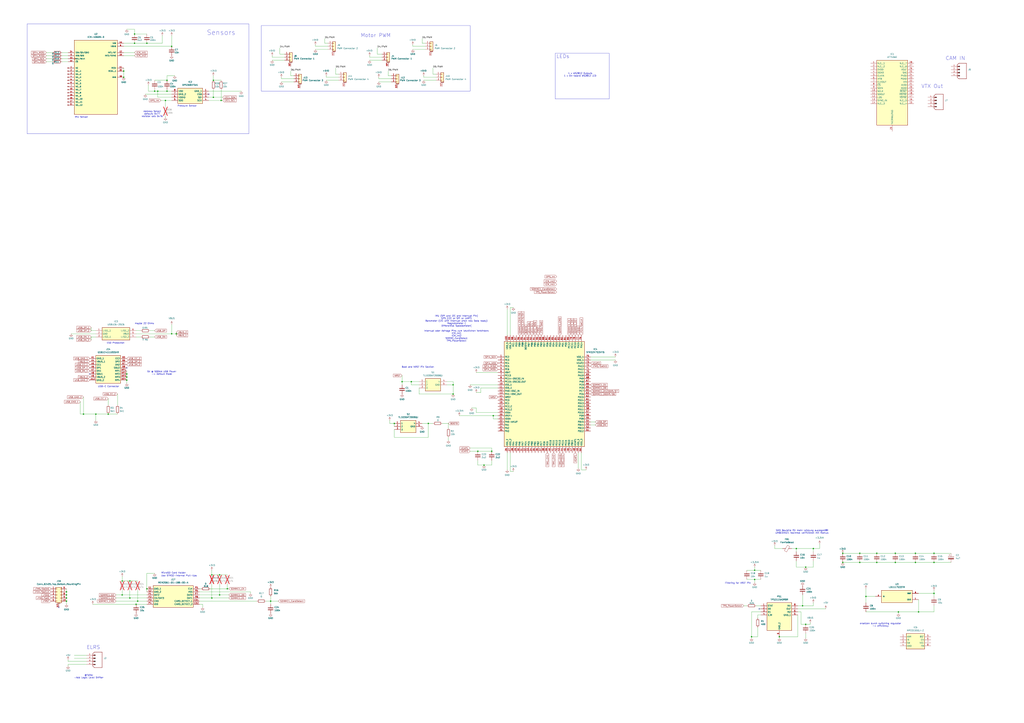
<source format=kicad_sch>
(kicad_sch (version 20250114) (generator "eeschema") (generator_version "9.0")
  (paper "A1")
  (rectangle (start 22.225 19.685) (end 204.47 109.855))
  (rectangle (start 455.93 43.815) (end 500.38 81.28))
  (rectangle (start 214.63 20.955) (end 386.08 74.93))
  (text "Pressure Sensor" (at 153.67 87.122 0) (effects (font (size 1.27 1.27))))
  (text "Motor PWM" (at 308.61 29.21 0) (effects (font (size 3 3))))
  (text "MicroSD Card Holder" (at 142.494 470.916 0) (effects (font (size 1.27 1.27))))
  (text "CAM IN\n" (at 784.606 48.006 0) (effects (font (size 3 3))))
  (text "Use STM32-internal Pull-Ups" (at 147.066 473.202 0) (effects (font (size 1.27 1.27))))
  (text "@ToDo:\n-Add Logic Level Shifter" (at 72.898 556.006 0) (effects (font (size 1.27 1.27))))
  (text "IMU (SPI and I2C and Interrupt Pin)\nGPS (I2C or SPI or UART)\nBarometer (I2C with Interrupt when new Data ready)\nMagnetometer (\nDifferential Speedometer(\n\nInterrupt oder Abfrage Pins zum letztlichen Verbinden:\nICM_Int1\nICM_Int2\nSDMMC_CardDetect\nTPS_PowerSelect" (at 374.904 270.002 0) (effects (font (size 1.27 1.27))))
  (text "Filtering for VREF Pin" (at 606.044 479.298 0) (effects (font (size 1.27 1.27))))
  (text "Sensors" (at 181.61 26.924 0) (effects (font (size 4 4))))
  (text "ELRS" (at 76.708 532.13 0) (effects (font (size 3 3))))
  (text "ToDo:\n-Add ESPC6 for Bluetooth Connectifity\n-Add USB-C PD Controller for more Power\n-Interrupt Pins verbinden" (at -129.032 -35.814 0) (effects (font (size 5 5))))
  (text "USB-C Connector" (at 89.154 317.754 0) (effects (font (size 1.27 1.27))))
  (text "-GPS\n-Barometer\n-Cam Input\n-VTX Output\n-SD Card Slot\n-8 PWM Outputs\n-5V Input/Output Pads\n-Analog Input/Output Pads\n-PWM Outputs for Servos\n-Battery Input Pad for measuring Voltage" (at -115.57 87.63 0) (effects (font (size 6 6))))
  (text "Address Select\ndefault: 0x77\nresistor set: 0x76" (at 124.968 93.726 0) (effects (font (size 1.27 1.27))))
  (text "4 x WS2812 Outputs\n1 x On-board WS2812 LED" (at 476.504 61.468 0) (effects (font (size 1.27 1.27))))
  (text "LEDs\n" (at 462.28 46.482 0) (effects (font (size 3 3))))
  (text "Boot and NRST Pin Section" (at 343.154 301.752 0) (effects (font (size 1.27 1.27))))
  (text "SMD Bauteile für mehr Leistung auslegen!!!!\nUMBEDINGT: Nochmal verifizieren mit Markus" (at 658.622 437.134 0) (effects (font (size 1.27 1.27))))
  (text "5V @ 500mA USB Power\n-> Default Mode" (at 132.842 306.578 0) (effects (font (size 1.27 1.27))))
  (text "VTX Out\n\n" (at 765.556 73.406 0) (effects (font (size 3 3))))
  (text "ersetzen durch switching regulator\n-> efficiency" (at 723.138 513.588 0) (effects (font (size 1.27 1.27))))
  (text "IMU Sensor" (at 66.802 96.266 0) (effects (font (size 1.27 1.27))))
  (text "maybe 22 Ohms" (at 118.618 265.938 0) (effects (font (size 1.27 1.27))))
  (text "ESD Protection" (at 94.996 281.94 0) (effects (font (size 1.27 1.27))))
  (junction (at 659.13 497.84))
  (junction (at 54.61 488.95))
  (junction (at 617.22 523.24))
  (junction (at 337.82 313.69))
  (junction (at 100.33 477.52))
  (junction (at 706.12 462.28))
  (junction (at 140.97 274.32))
  (junction (at 751.84 454.66))
  (junction (at 735.33 454.66))
  (junction (at 106.68 491.49))
  (junction (at 668.02 450.85))
  (junction (at 175.26 80.01))
  (junction (at 186.69 483.87))
  (junction (at 54.61 486.41))
  (junction (at 113.03 494.03))
  (junction (at 372.11 316.23))
  (junction (at 737.87 502.92))
  (junction (at 735.33 462.28))
  (junction (at 78.74 340.36))
  (junction (at 661.67 513.08))
  (junction (at 323.85 347.98))
  (junction (at 711.2 490.22))
  (junction (at 127 74.93))
  (junction (at 180.34 488.95))
  (junction (at 54.61 494.03))
  (junction (at 720.09 454.66))
  (junction (at 137.16 66.04))
  (junction (at 767.08 454.66))
  (junction (at 619.76 476.25))
  (junction (at 181.61 82.55))
  (junction (at 351.79 347.98))
  (junction (at 106.68 477.52))
  (junction (at 111.76 496.57))
  (junction (at 180.34 472.44))
  (junction (at 661.67 466.09))
  (junction (at 754.38 502.92))
  (junction (at 330.2 313.69))
  (junction (at 135.89 82.55))
  (junction (at 129.54 74.93))
  (junction (at 640.08 523.24))
  (junction (at 137.16 74.93))
  (junction (at 397.51 382.27))
  (junction (at 68.58 340.36))
  (junction (at 140.97 38.1))
  (junction (at 54.61 491.49))
  (junction (at 392.43 370.84))
  (junction (at 692.15 454.66))
  (junction (at 120.65 483.87))
  (junction (at 173.99 472.44))
  (junction (at 692.15 462.28))
  (junction (at 706.12 454.66))
  (junction (at 144.78 274.32))
  (junction (at 767.08 487.68))
  (junction (at 222.25 494.03))
  (junction (at 120.65 35.56))
  (junction (at 101.6 58.42))
  (junction (at 110.49 35.56))
  (junction (at 100.33 488.95))
  (junction (at 101.6 63.5))
  (junction (at 173.99 491.49))
  (junction (at 88.9 340.36))
  (junction (at 403.86 370.84))
  (junction (at 110.49 27.94))
  (junction (at 104.14 309.88))
  (junction (at 104.14 307.34))
  (junction (at 175.26 66.04))
  (junction (at 405.13 341.63))
  (junction (at 767.08 462.28))
  (junction (at 372.11 323.85))
  (junction (at 751.84 462.28))
  (junction (at 720.09 462.28))
  (junction (at 619.76 468.63))
  (junction (at 654.05 450.85))
  (junction (at 104.14 312.42))
  (no_connect (at 171.45 77.47))
  (no_connect (at 73.66 307.34))
  (no_connect (at 623.57 500.38))
  (no_connect (at 48.26 499.11))
  (no_connect (at 104.14 302.26))
  (wire (pts (xy 318.77 58.42) (xy 318.77 62.23)))
  (wire (pts (xy 58.42 274.32) (xy 78.74 274.32)))
  (wire (pts (xy 622.3 508) (xy 622.3 505.46)))
  (wire (pts (xy 96.52 323.85) (xy 96.52 332.74)))
  (wire (pts (xy 767.08 462.28) (xy 781.05 462.28)))
  (wire (pts (xy 175.26 80.01) (xy 182.88 80.01)))
  (wire (pts (xy 394.97 318.77) (xy 408.94 318.77)))
  (wire (pts (xy 74.93 276.86) (xy 78.74 276.86)))
  (wire (pts (xy 640.08 523.24) (xy 640.08 524.51)))
  (wire (pts (xy 394.97 322.58) (xy 394.97 318.77)))
  (wire (pts (xy 54.61 491.49) (xy 54.61 494.03)))
  (wire (pts (xy 66.04 330.2) (xy 66.04 340.36)))
  (wire (pts (xy 269.24 38.1) (xy 259.08 38.1)))
  (wire (pts (xy 419.1 252.73) (xy 419.1 275.59)))
  (wire (pts (xy 50.8 48.26) (xy 55.88 48.26)))
  (wire (pts (xy 140.97 274.32) (xy 144.78 274.32)))
  (wire (pts (xy 711.2 483.87) (xy 711.2 490.22)))
  (wire (pts (xy 767.08 454.66) (xy 781.05 454.66)))
  (wire (pts (xy 405.13 344.17) (xy 405.13 341.63)))
  (wire (pts (xy 386.08 316.23) (xy 408.94 316.23)))
  (wire (pts (xy 419.1 387.35) (xy 419.1 372.11)))
  (wire (pts (xy 323.85 347.98) (xy 323.85 350.52)))
  (wire (pts (xy 180.34 472.44) (xy 186.69 472.44)))
  (wire (pts (xy 104.14 312.42) (xy 104.14 314.96)))
  (wire (pts (xy 163.83 494.03) (xy 210.82 494.03)))
  (wire (pts (xy 135.89 87.63) (xy 135.89 82.55)))
  (wire (pts (xy 767.08 485.14) (xy 767.08 487.68)))
  (wire (pts (xy 351.79 347.98) (xy 355.6 347.98)))
  (wire (pts (xy 121.92 69.85) (xy 121.92 74.93)))
  (wire (pts (xy 617.22 523.24) (xy 622.3 523.24)))
  (wire (pts (xy 60.96 541.02) (xy 71.12 541.02)))
  (wire (pts (xy 391.16 335.28) (xy 391.16 339.09)))
  (wire (pts (xy 318.77 62.23) (xy 321.31 62.23)))
  (wire (pts (xy 238.76 62.23) (xy 241.3 62.23)))
  (wire (pts (xy 311.15 64.77) (xy 311.15 63.5)))
  (wire (pts (xy 113.03 485.14) (xy 113.03 494.03)))
  (wire (pts (xy 166.37 496.57) (xy 163.83 496.57)))
  (wire (pts (xy 347.98 63.5) (xy 347.98 62.23)))
  (wire (pts (xy 344.17 323.85) (xy 372.11 323.85)))
  (wire (pts (xy 143.51 62.23) (xy 137.16 62.23)))
  (wire (pts (xy 619.76 466.09) (xy 619.76 468.63)))
  (wire (pts (xy 657.86 513.08) (xy 657.86 502.92)))
  (wire (pts (xy 111.76 496.57) (xy 120.65 496.57)))
  (wire (pts (xy 78.74 340.36) (xy 88.9 340.36)))
  (wire (pts (xy 477.52 386.08) (xy 477.52 372.11)))
  (wire (pts (xy 665.48 513.08) (xy 665.48 511.81)))
  (wire (pts (xy 233.68 46.99) (xy 223.52 46.99)))
  (wire (pts (xy 38.1 43.18) (xy 43.18 43.18)))
  (wire (pts (xy 144.78 274.32) (xy 144.78 275.59)))
  (wire (pts (xy 349.25 38.1) (xy 339.09 38.1)))
  (wire (pts (xy 180.34 488.95) (xy 187.96 488.95)))
  (wire (pts (xy 127 73.66) (xy 127 74.93)))
  (wire (pts (xy 133.35 29.21) (xy 133.35 35.56)))
  (wire (pts (xy 113.03 494.03) (xy 120.65 494.03)))
  (wire (pts (xy 485.14 349.25) (xy 488.95 349.25)))
  (wire (pts (xy 718.82 490.22) (xy 711.2 490.22)))
  (wire (pts (xy 474.98 372.11) (xy 474.98 384.81)))
  (wire (pts (xy 330.2 313.69) (xy 337.82 313.69)))
  (wire (pts (xy 613.41 476.25) (xy 619.76 476.25)))
  (wire (pts (xy 137.16 73.66) (xy 137.16 74.93)))
  (wire (pts (xy 337.82 313.69) (xy 344.17 313.69)))
  (wire (pts (xy 419.1 252.73) (xy 421.64 252.73)))
  (wire (pts (xy 403.86 368.3) (xy 403.86 370.84)))
  (wire (pts (xy 621.03 497.84) (xy 624.84 497.84)))
  (wire (pts (xy 54.61 488.95) (xy 54.61 491.49)))
  (wire (pts (xy 222.25 496.57) (xy 222.25 494.03)))
  (wire (pts (xy 278.13 63.5) (xy 267.97 63.5)))
  (wire (pts (xy 163.83 491.49) (xy 173.99 491.49)))
  (wire (pts (xy 104.14 24.13) (xy 110.49 24.13)))
  (wire (pts (xy 311.15 67.31) (xy 321.31 67.31)))
  (wire (pts (xy 55.88 543.56) (xy 71.12 543.56)))
  (wire (pts (xy 619.76 468.63) (xy 613.41 468.63)))
  (wire (pts (xy 692.15 462.28) (xy 706.12 462.28)))
  (wire (pts (xy 259.08 38.1) (xy 259.08 36.83)))
  (wire (pts (xy 259.08 40.64) (xy 269.24 40.64)))
  (wire (pts (xy 110.49 24.13) (xy 110.49 27.94)))
  (wire (pts (xy 346.71 35.56) (xy 349.25 35.56)))
  (wire (pts (xy 767.08 497.84) (xy 767.08 502.92)))
  (wire (pts (xy 166.37 499.11) (xy 166.37 496.57)))
  (wire (pts (xy 654.05 466.09) (xy 661.67 466.09)))
  (wire (pts (xy 186.69 480.06) (xy 186.69 483.87)))
  (wire (pts (xy 120.65 471.17) (xy 120.65 483.87)))
  (wire (pts (xy 104.14 304.8) (xy 104.14 307.34)))
  (wire (pts (xy 619.76 476.25) (xy 619.76 478.79)))
  (wire (pts (xy 181.61 73.66) (xy 181.61 82.55)))
  (wire (pts (xy 140.97 29.21) (xy 140.97 38.1)))
  (wire (pts (xy 175.26 73.66) (xy 175.26 80.01)))
  (wire (pts (xy 127 271.78) (xy 123.19 271.78)))
  (wire (pts (xy 50.8 45.72) (xy 55.88 45.72)))
  (wire (pts (xy 720.09 462.28) (xy 735.33 462.28)))
  (wire (pts (xy 408.94 344.17) (xy 405.13 344.17)))
  (wire (pts (xy 100.33 485.14) (xy 100.33 488.95)))
  (wire (pts (xy 706.12 462.28) (xy 720.09 462.28)))
  (wire (pts (xy 392.43 382.27) (xy 397.51 382.27)))
  (wire (pts (xy 106.68 485.14) (xy 106.68 491.49)))
  (wire (pts (xy 55.88 546.1) (xy 55.88 547.37)))
  (wire (pts (xy 372.11 316.23) (xy 372.11 313.69)))
  (wire (pts (xy 735.33 454.66) (xy 751.84 454.66)))
  (wire (pts (xy 171.45 74.93) (xy 198.12 74.93)))
  (wire (pts (xy 172.72 483.87) (xy 186.69 483.87)))
  (wire (pts (xy 38.1 45.72) (xy 43.18 45.72)))
  (wire (pts (xy 654.05 461.01) (xy 654.05 466.09)))
  (wire (pts (xy 367.03 316.23) (xy 372.11 316.23)))
  (wire (pts (xy 106.68 477.52) (xy 113.03 477.52)))
  (wire (pts (xy 673.1 450.85) (xy 673.1 447.04)))
  (wire (pts (xy 668.02 450.85) (xy 673.1 450.85)))
  (wire (pts (xy 267.97 63.5) (xy 267.97 62.23)))
  (wire (pts (xy 50.8 50.8) (xy 55.88 50.8)))
  (wire (pts (xy 175.26 62.23) (xy 175.26 66.04)))
  (wire (pts (xy 619.76 468.63) (xy 624.84 468.63)))
  (wire (pts (xy 100.33 488.95) (xy 120.65 488.95)))
  (wire (pts (xy 372.11 313.69) (xy 367.03 313.69)))
  (wire (pts (xy 344.17 316.23) (xy 337.82 316.23)))
  (wire (pts (xy 623.57 500.38) (xy 624.84 500.38)))
  (wire (pts (xy 127 471.17) (xy 120.65 471.17)))
  (wire (pts (xy 654.05 450.85) (xy 654.05 453.39)))
  (wire (pts (xy 392.43 378.46) (xy 392.43 382.27)))
  (wire (pts (xy 386.08 370.84) (xy 392.43 370.84)))
  (wire (pts (xy 74.93 271.78) (xy 78.74 271.78)))
  (wire (pts (xy 171.45 82.55) (xy 181.61 82.55)))
  (wire (pts (xy 711.2 490.22) (xy 711.2 495.3)))
  (wire (pts (xy 218.44 494.03) (xy 222.25 494.03)))
  (wire (pts (xy 135.89 82.55) (xy 140.97 82.55)))
  (wire (pts (xy 351.79 359.41) (xy 351.79 347.98)))
  (wire (pts (xy 323.85 353.06) (xy 323.85 359.41)))
  (wire (pts (xy 173.99 472.44) (xy 180.34 472.44)))
  (wire (pts (xy 173.99 480.06) (xy 173.99 491.49)))
  (wire (pts (xy 228.6 494.03) (xy 222.25 494.03)))
  (wire (pts (xy 140.97 80.01) (xy 129.54 80.01)))
  (wire (pts (xy 229.87 39.37) (xy 229.87 44.45)))
  (wire (pts (xy 657.86 502.92) (xy 655.32 502.92)))
  (wire (pts (xy 119.38 77.47) (xy 140.97 77.47)))
  (wire (pts (xy 706.12 454.66) (xy 720.09 454.66)))
  (wire (pts (xy 266.7 35.56) (xy 269.24 35.56)))
  (wire (pts (xy 120.65 35.56) (xy 110.49 35.56)))
  (wire (pts (xy 303.53 46.99) (xy 303.53 45.72)))
  (wire (pts (xy 101.6 43.18) (xy 110.49 43.18)))
  (wire (pts (xy 120.65 483.87) (xy 120.65 486.41)))
  (wire (pts (xy 767.08 490.22) (xy 767.08 487.68)))
  (wire (pts (xy 231.14 64.77) (xy 231.14 63.5)))
  (wire (pts (xy 88.9 327.66) (xy 88.9 332.74)))
  (wire (pts (xy 668.02 497.84) (xy 659.13 497.84)))
  (wire (pts (xy 617.22 524.51) (xy 617.22 523.24)))
  (wire (pts (xy 223.52 49.53) (xy 233.68 49.53)))
  (wire (pts (xy 95.25 491.49) (xy 106.68 491.49)))
  (wire (pts (xy 386.08 368.3) (xy 403.86 368.3)))
  (wire (pts (xy 339.09 40.64) (xy 349.25 40.64)))
  (wire (pts (xy 68.58 340.36) (xy 78.74 340.36)))
  (wire (pts (xy 163.83 486.41) (xy 205.74 486.41)))
  (wire (pts (xy 223.52 46.99) (xy 223.52 45.72)))
  (wire (pts (xy 121.92 74.93) (xy 127 74.93)))
  (wire (pts (xy 129.54 80.01) (xy 129.54 74.93)))
  (wire (pts (xy 180.34 480.06) (xy 180.34 488.95)))
  (wire (pts (xy 617.22 502.92) (xy 624.84 502.92)))
  (wire (pts (xy 110.49 27.94) (xy 120.65 27.94)))
  (wire (pts (xy 661.67 513.08) (xy 657.86 513.08)))
  (wire (pts (xy 481.33 386.08) (xy 477.52 386.08)))
  (wire (pts (xy 54.61 486.41) (xy 54.61 488.95)))
  (wire (pts (xy 751.84 454.66) (xy 767.08 454.66)))
  (wire (pts (xy 650.24 450.85) (xy 654.05 450.85)))
  (wire (pts (xy 101.6 58.42) (xy 101.6 63.5)))
  (wire (pts (xy 60.96 538.48) (xy 71.12 538.48)))
  (wire (pts (xy 720.09 454.66) (xy 735.33 454.66)))
  (wire (pts (xy 421.64 387.35) (xy 419.1 387.35)))
  (wire (pts (xy 205.74 486.41) (xy 205.74 487.68)))
  (wire (pts (xy 275.59 60.96) (xy 278.13 60.96)))
  (wire (pts (xy 74.93 279.4) (xy 74.93 276.86)))
  (wire (pts (xy 368.3 351.79) (xy 368.3 347.98)))
  (wire (pts (xy 337.82 316.23) (xy 337.82 313.69)))
  (wire (pts (xy 38.1 50.8) (xy 43.18 50.8)))
  (wire (pts (xy 101.6 45.72) (xy 110.49 45.72)))
  (wire (pts (xy 640.08 523.24) (xy 655.32 523.24)))
  (wire (pts (xy 668.02 453.39) (xy 668.02 450.85)))
  (wire (pts (xy 330.2 308.61) (xy 330.2 313.69)))
  (wire (pts (xy 95.25 494.03) (xy 113.03 494.03)))
  (wire (pts (xy 241.3 64.77) (xy 231.14 64.77)))
  (wire (pts (xy 391.16 306.07) (xy 408.94 306.07)))
  (wire (pts (xy 485.14 293.37) (xy 505.46 293.37)))
  (wire (pts (xy 175.26 66.04) (xy 181.61 66.04)))
  (wire (pts (xy 129.54 74.93) (xy 137.16 74.93)))
  (wire (pts (xy 737.87 502.92) (xy 737.87 504.19)))
  (wire (pts (xy 303.53 49.53) (xy 313.69 49.53)))
  (wire (pts (xy 137.16 62.23) (xy 137.16 66.04)))
  (wire (pts (xy 636.27 450.85) (xy 642.62 450.85)))
  (wire (pts (xy 229.87 44.45) (xy 233.68 44.45)))
  (wire (pts (xy 403.86 382.27) (xy 403.86 378.46)))
  (wire (pts (xy 692.15 454.66) (xy 706.12 454.66)))
  (wire (pts (xy 355.6 55.88) (xy 355.6 60.96)))
  (wire (pts (xy 661.67 466.09) (xy 668.02 466.09)))
  (wire (pts (xy 372.11 323.85) (xy 372.11 316.23)))
  (wire (pts (xy 610.87 497.84) (xy 613.41 497.84)))
  (wire (pts (xy 78.74 345.44) (xy 78.74 340.36)))
  (wire (pts (xy 100.33 477.52) (xy 106.68 477.52)))
  (wire (pts (xy 38.1 48.26) (xy 43.18 48.26)))
  (wire (pts (xy 187.96 483.87) (xy 186.69 483.87)))
  (wire (pts (xy 346.71 347.98) (xy 351.79 347.98)))
  (wire (pts (xy 754.38 502.92) (xy 737.87 502.92)))
  (wire (pts (xy 754.38 492.76) (xy 754.38 502.92)))
  (wire (pts (xy 347.98 66.04) (xy 358.14 66.04)))
  (wire (pts (xy 391.16 322.58) (xy 394.97 322.58)))
  (wire (pts (xy 115.57 276.86) (xy 111.76 276.86)))
  (wire (pts (xy 181.61 82.55) (xy 182.88 82.55)))
  (wire (pts (xy 358.14 63.5) (xy 347.98 63.5)))
  (wire (pts (xy 320.04 347.98) (xy 323.85 347.98)))
  (wire (pts (xy 735.33 462.28) (xy 751.84 462.28)))
  (wire (pts (xy 387.35 335.28) (xy 391.16 335.28)))
  (wire (pts (xy 339.09 38.1) (xy 339.09 36.83)))
  (wire (pts (xy 619.76 476.25) (xy 624.84 476.25)))
  (wire (pts (xy 127 276.86) (xy 123.19 276.86)))
  (wire (pts (xy 659.13 488.95) (xy 659.13 497.84)))
  (wire (pts (xy 405.13 341.63) (xy 408.94 341.63)))
  (wire (pts (xy 222.25 490.22) (xy 222.25 494.03)))
  (wire (pts (xy 133.35 35.56) (xy 120.65 35.56)))
  (wire (pts (xy 173.99 468.63) (xy 173.99 472.44)))
  (wire (pts (xy 54.61 483.87) (xy 54.61 486.41)))
  (wire (pts (xy 397.51 382.27) (xy 403.86 382.27)))
  (wire (pts (xy 144.78 273.05) (xy 144.78 274.32)))
  (wire (pts (xy 711.2 502.92) (xy 737.87 502.92)))
  (wire (pts (xy 267.97 66.04) (xy 278.13 66.04)))
  (wire (pts (xy 321.31 64.77) (xy 311.15 64.77)))
  (wire (pts (xy 313.69 46.99) (xy 303.53 46.99)))
  (wire (pts (xy 654.05 450.85) (xy 668.02 450.85)))
  (wire (pts (xy 238.76 58.42) (xy 238.76 62.23)))
  (wire (pts (xy 140.97 266.7) (xy 140.97 274.32)))
  (wire (pts (xy 135.89 95.25) (xy 135.89 96.52)))
  (wire (pts (xy 104.14 307.34) (xy 104.14 309.88)))
  (wire (pts (xy 88.9 340.36) (xy 96.52 340.36)))
  (wire (pts (xy 140.97 38.1) (xy 101.6 38.1)))
  (wire (pts (xy 165.1 483.87) (xy 163.83 483.87)))
  (wire (pts (xy 368.3 359.41) (xy 368.3 361.95)))
  (wire (pts (xy 665.48 513.08) (xy 661.67 513.08)))
  (wire (pts (xy 110.49 35.56) (xy 101.6 35.56)))
  (wire (pts (xy 137.16 74.93) (xy 140.97 74.93)))
  (wire (pts (xy 485.14 295.91) (xy 505.46 295.91)))
  (wire (pts (xy 346.71 31.75) (xy 346.71 35.56)))
  (wire (pts (xy 71.12 546.1) (xy 55.88 546.1)))
  (wire (pts (xy 68.58 326.39) (xy 68.58 340.36)))
  (wire (pts (xy 655.32 505.46) (xy 655.32 523.24)))
  (wire (pts (xy 95.25 488.95) (xy 100.33 488.95)))
  (wire (pts (xy 320.04 345.44) (xy 320.04 347.98)))
  (wire (pts (xy 275.59 55.88) (xy 275.59 60.96)))
  (wire (pts (xy 104.14 309.88) (xy 104.14 312.42)))
  (wire (pts (xy 668.02 466.09) (xy 668.02 461.01)))
  (wire (pts (xy 171.45 80.01) (xy 175.26 80.01)))
  (wire (pts (xy 767.08 487.68) (xy 754.38 487.68)))
  (wire (pts (xy 655.32 500.38) (xy 678.18 500.38)))
  (wire (pts (xy 106.68 491.49) (xy 120.65 491.49)))
  (wire (pts (xy 659.13 497.84) (xy 655.32 497.84)))
  (wire (pts (xy 132.08 82.55) (xy 135.89 82.55)))
  (wire (pts (xy 344.17 318.77) (xy 344.17 323.85)))
  (wire (pts (xy 330.2 313.69) (xy 330.2 316.23)))
  (wire (pts (xy 74.93 269.24) (xy 74.93 271.78)))
  (wire (pts (xy 622.3 505.46) (xy 624.84 505.46)))
  (wire (pts (xy 173.99 491.49) (xy 187.96 491.49)))
  (wire (pts (xy 661.67 524.51) (xy 661.67 520.7)))
  (wire (pts (xy 50.8 43.18) (xy 55.88 43.18)))
  (wire (pts (xy 76.2 496.57) (xy 111.76 496.57)))
  (wire (pts (xy 391.16 339.09) (xy 408.94 339.09)))
  (wire (pts (xy 66.04 340.36) (xy 68.58 340.36)))
  (wire (pts (xy 111.76 274.32) (xy 140.97 274.32)))
  (wire (pts (xy 309.88 39.37) (xy 309.88 44.45)))
  (wire (pts (xy 100.33 473.71) (xy 100.33 477.52)))
  (wire (pts (xy 392.43 370.84) (xy 403.86 370.84)))
  (wire (pts (xy 485.14 346.71) (xy 488.95 346.71)))
  (wire (pts (xy 617.22 502.92) (xy 617.22 523.24)))
  (wire (pts (xy 231.14 67.31) (xy 241.3 67.31)))
  (wire (pts (xy 377.19 341.63) (xy 405.13 341.63)))
  (wire (pts (xy 416.56 254) (xy 416.56 275.59)))
  (wire (pts (xy 163.83 488.95) (xy 180.34 488.95)))
  (wire (pts (xy 363.22 347.98) (xy 368.3 347.98)))
  (wire (pts (xy 309.88 44.45) (xy 313.69 44.45)))
  (wire (pts (xy 266.7 31.75) (xy 266.7 35.56)))
  (wire (pts (xy 767.08 502.92) (xy 754.38 502.92)))
  (wire (pts (xy 323.85 359.41) (xy 351.79 359.41)))
  (wire (pts (xy 355.6 60.96) (xy 358.14 60.96)))
  (wire (pts (xy 668.02 495.3) (xy 668.02 497.84)))
  (wire (pts (xy 622.3 515.62) (xy 622.3 523.24)))
  (wire (pts (xy 636.27 448.31) (xy 636.27 450.85)))
  (wire (pts (xy 416.56 372.11) (xy 416.56 386.08)))
  (wire (pts (xy 55.88 542.29) (xy 55.88 543.56)))
  (wire (pts (xy 115.57 271.78) (xy 111.76 271.78)))
  (wire (pts (xy 101.6 55.88) (xy 101.6 58.42)))
  (wire (pts (xy 127 66.04) (xy 137.16 66.04)))
  (wire (pts (xy 54.61 494.03) (xy 54.61 496.57)))
  (wire (pts (xy 127 74.93) (xy 129.54 74.93)))
  (wire (pts (xy 751.84 462.28) (xy 767.08 462.28)))
  (label "D9{slash}PWM" (at 355.6 55.88 0))
  (label "D5{slash}PWM" (at 266.7 31.75 0))
  (label "D6{slash}PWM" (at 238.76 58.42 0))
  (label "D4{slash}PWM" (at 229.87 39.37 0))
  (label "D9{slash}PWM" (at 275.59 55.88 0))
  (label "D6{slash}PWM" (at 318.77 58.42 0))
  (label "D4{slash}PWM" (at 309.88 39.37 0))
  (label "D5{slash}PWM" (at 346.71 31.75 0))
  (global_label "ICM_Int1" (shape input) (at 457.2 233.68 180) (property "Intersheetrefs" "${INTERSHEET_REFS}" (effects (hide yes))))
  (global_label "DPS_Int" (shape input) (at 132.08 82.55 180) (property "Intersheetrefs" "${INTERSHEET_REFS}" (effects (hide yes))))
  (global_label "SPI4_SCK" (shape input) (at 38.1 48.26 180) (property "Intersheetrefs" "${INTERSHEET_REFS}" (effects (hide yes))))
  (global_label "SDMMC1_D0DIR{slash}D6" (shape input) (at 485.14 323.85 0) (property "Intersheetrefs" "${INTERSHEET_REFS}" (effects (hide yes))))
  (global_label "TIM1_CH4" (shape input) (at 462.28 372.11 270) (property "Intersheetrefs" "${INTERSHEET_REFS}" (effects (hide yes))))
  (global_label "USB_DN_1" (shape input) (at 74.93 276.86 180) (property "Intersheetrefs" "${INTERSHEET_REFS}" (effects (hide yes))))
  (global_label "TIM1_CH2" (shape input) (at 454.66 372.11 270) (property "Intersheetrefs" "${INTERSHEET_REFS}" (effects (hide yes))))
  (global_label "VCAP1" (shape input) (at 472.44 372.11 270) (property "Intersheetrefs" "${INTERSHEET_REFS}" (effects (hide yes))))
  (global_label "TPS_PowerSelect" (shape input) (at 610.87 497.84 180) (property "Intersheetrefs" "${INTERSHEET_REFS}" (effects (hide yes))))
  (global_label "USB_CC_1" (shape input) (at 73.66 299.72 180) (property "Intersheetrefs" "${INTERSHEET_REFS}" (effects (hide yes))))
  (global_label "USB_GND_2" (shape input) (at 73.66 312.42 180) (property "Intersheetrefs" "${INTERSHEET_REFS}" (effects (hide yes))))
  (global_label "VBUS_2" (shape input) (at 73.66 309.88 180) (property "Intersheetrefs" "${INTERSHEET_REFS}" (effects (hide yes))))
  (global_label "USB_GND_1" (shape input) (at 73.66 294.64 180) (property "Intersheetrefs" "${INTERSHEET_REFS}" (effects (hide yes))))
  (global_label "SDMMC1_CK" (shape input) (at 467.36 275.59 90) (property "Intersheetrefs" "${INTERSHEET_REFS}" (effects (hide yes))))
  (global_label "SDMMC1_CardDetect" (shape input) (at 457.2 237.49 180) (property "Intersheetrefs" "${INTERSHEET_REFS}" (effects (hide yes))))
  (global_label "USB_DP" (shape input) (at 488.95 346.71 0) (property "Intersheetrefs" "${INTERSHEET_REFS}" (effects (hide yes))))
  (global_label "BOOT0" (shape input) (at 368.3 347.98 0) (property "Intersheetrefs" "${INTERSHEET_REFS}" (effects (hide yes))))
  (global_label "I2C1_SCL" (shape input) (at 182.88 82.55 0) (property "Intersheetrefs" "${INTERSHEET_REFS}" (effects (hide yes))))
  (global_label "VCAP1" (shape input) (at 386.08 368.3 180) (property "Intersheetrefs" "${INTERSHEET_REFS}" (effects (hide yes))))
  (global_label "I2C1_SCL" (shape input) (at 436.88 275.59 90) (property "Intersheetrefs" "${INTERSHEET_REFS}" (effects (hide yes))))
  (global_label "USB_DP_2" (shape input) (at 74.93 271.78 180) (property "Intersheetrefs" "${INTERSHEET_REFS}" (effects (hide yes))))
  (global_label "SDMMC1_D3" (shape input) (at 95.25 491.49 180) (property "Intersheetrefs" "${INTERSHEET_REFS}" (effects (hide yes))))
  (global_label "VCAP2" (shape input) (at 386.08 370.84 180) (property "Intersheetrefs" "${INTERSHEET_REFS}" (effects (hide yes))))
  (global_label "USB_DP_2" (shape input) (at 104.14 297.18 0) (property "Intersheetrefs" "${INTERSHEET_REFS}" (effects (hide yes))))
  (global_label "VBUS_1" (shape input) (at 73.66 297.18 180) (property "Intersheetrefs" "${INTERSHEET_REFS}" (effects (hide yes))))
  (global_label "SPI4_NSS" (shape input) (at 408.94 298.45 180) (property "Intersheetrefs" "${INTERSHEET_REFS}" (effects (hide yes))))
  (global_label "SDMMC1_D1" (shape input) (at 485.14 316.23 0) (property "Intersheetrefs" "${INTERSHEET_REFS}" (effects (hide yes))))
  (global_label "JTMS{slash}SWDIO" (shape input) (at 485.14 300.99 0) (property "Intersheetrefs" "${INTERSHEET_REFS}" (effects (hide yes))))
  (global_label "SDMMC1_D0" (shape input) (at 187.96 488.95 0) (property "Intersheetrefs" "${INTERSHEET_REFS}" (effects (hide yes))))
  (global_label "USB_DP" (shape input) (at 127 271.78 0) (property "Intersheetrefs" "${INTERSHEET_REFS}" (effects (hide yes))))
  (global_label "SPI4_MISO" (shape input) (at 408.94 300.99 180) (property "Intersheetrefs" "${INTERSHEET_REFS}" (effects (hide yes))))
  (global_label "JTCK{slash}SWCLK" (shape input) (at 41.91 486.41 180) (property "Intersheetrefs" "${INTERSHEET_REFS}" (effects (hide yes))))
  (global_label "SDMMC1_CDIR{slash}D5" (shape input) (at 426.72 275.59 90) (property "Intersheetrefs" "${INTERSHEET_REFS}" (effects (hide yes))))
  (global_label "SDMMC1_CMD" (shape input) (at 459.74 275.59 90) (property "Intersheetrefs" "${INTERSHEET_REFS}" (effects (hide yes))))
  (global_label "USB_CC_1" (shape input) (at 88.9 327.66 180) (property "Intersheetrefs" "${INTERSHEET_REFS}" (effects (hide yes))))
  (global_label "JTCK{slash}SWCLK" (shape input) (at 477.52 275.59 90) (property "Intersheetrefs" "${INTERSHEET_REFS}" (effects (hide yes))))
  (global_label "SDMMC1_D1" (shape input) (at 187.96 491.49 0) (property "Intersheetrefs" "${INTERSHEET_REFS}" (effects (hide yes))))
  (global_label "JTDIO" (shape input) (at 474.98 275.59 90) (property "Intersheetrefs" "${INTERSHEET_REFS}" (effects (hide yes))))
  (global_label "I2C1_SDA" (shape input) (at 434.34 275.59 90) (property "Intersheetrefs" "${INTERSHEET_REFS}" (effects (hide yes))))
  (global_label "VBUS_1" (shape input) (at 144.78 275.59 0) (property "Intersheetrefs" "${INTERSHEET_REFS}" (effects (hide yes))))
  (global_label "JTDO{slash}SWO" (shape input) (at 444.5 275.59 90) (property "Intersheetrefs" "${INTERSHEET_REFS}" (effects (hide yes))))
  (global_label "ICM_Int2" (shape input) (at 457.2 231.14 180) (property "Intersheetrefs" "${INTERSHEET_REFS}" (effects (hide yes))))
  (global_label "TIM1_CH1" (shape input) (at 449.58 372.11 270) (property "Intersheetrefs" "${INTERSHEET_REFS}" (effects (hide yes))))
  (global_label "SPI1_MOSI" (shape input) (at 439.42 275.59 90) (property "Intersheetrefs" "${INTERSHEET_REFS}" (effects (hide yes))))
  (global_label "USB_CC_2" (shape input) (at 104.14 294.64 0) (property "Intersheetrefs" "${INTERSHEET_REFS}" (effects (hide yes))))
  (global_label "SDMMC1_D2" (shape input) (at 95.25 488.95 180) (property "Intersheetrefs" "${INTERSHEET_REFS}" (effects (hide yes))))
  (global_label "NRST" (shape input) (at 330.2 308.61 180) (property "Intersheetrefs" "${INTERSHEET_REFS}" (effects (hide yes))))
  (global_label "BOOT0" (shape input) (at 431.8 275.59 90) (property "Intersheetrefs" "${INTERSHEET_REFS}" (effects (hide yes))))
  (global_label "JTMS{slash}SWDIO" (shape input) (at 41.91 483.87 180) (property "Intersheetrefs" "${INTERSHEET_REFS}" (effects (hide yes))))
  (global_label "USB_DN" (shape input) (at 127 276.86 0) (property "Intersheetrefs" "${INTERSHEET_REFS}" (effects (hide yes))))
  (global_label "USB_DN_2" (shape input) (at 104.14 299.72 0) (property "Intersheetrefs" "${INTERSHEET_REFS}" (effects (hide yes))))
  (global_label "JTDO{slash}SWO" (shape input) (at 41.91 491.49 180) (property "Intersheetrefs" "${INTERSHEET_REFS}" (effects (hide yes))))
  (global_label "VBUS_2" (shape input) (at 144.78 273.05 0) (property "Intersheetrefs" "${INTERSHEET_REFS}" (effects (hide yes))))
  (global_label "ICM_Int1" (shape input) (at 110.49 43.18 0) (property "Intersheetrefs" "${INTERSHEET_REFS}" (effects (hide yes))))
  (global_label "NRST" (shape input) (at 408.94 326.39 180) (property "Intersheetrefs" "${INTERSHEET_REFS}" (effects (hide yes))))
  (global_label "JTRST" (shape input) (at 41.91 494.03 180) (property "Intersheetrefs" "${INTERSHEET_REFS}" (effects (hide yes))))
  (global_label "TPS_PowerSelect" (shape input) (at 457.2 240.03 180) (property "Intersheetrefs" "${INTERSHEET_REFS}" (effects (hide yes))))
  (global_label "ICM_Int2" (shape input) (at 110.49 45.72 0) (property "Intersheetrefs" "${INTERSHEET_REFS}" (effects (hide yes))))
  (global_label "USB_GND_2" (shape input) (at 68.58 326.39 180) (property "Intersheetrefs" "${INTERSHEET_REFS}" (effects (hide yes))))
  (global_label "VCAP2" (shape input) (at 485.14 298.45 0) (property "Intersheetrefs" "${INTERSHEET_REFS}" (effects (hide yes))))
  (global_label "SDMMC1_D3" (shape input) (at 469.9 275.59 90) (property "Intersheetrefs" "${INTERSHEET_REFS}" (effects (hide yes))))
  (global_label "SDMMC1_CKIN{slash}D4" (shape input) (at 429.26 275.59 90) (property "Intersheetrefs" "${INTERSHEET_REFS}" (effects (hide yes))))
  (global_label "SPI4_MISO" (shape input) (at 38.1 45.72 180) (property "Intersheetrefs" "${INTERSHEET_REFS}" (effects (hide yes))))
  (global_label "JTDIO" (shape input) (at 41.91 488.95 180) (property "Intersheetrefs" "${INTERSHEET_REFS}" (effects (hide yes))))
  (global_label "SDMMC1_CMD" (shape input) (at 95.25 494.03 180) (property "Intersheetrefs" "${INTERSHEET_REFS}" (effects (hide yes))))
  (global_label "SDMMC1_D2" (shape input) (at 472.44 275.59 90) (property "Intersheetrefs" "${INTERSHEET_REFS}" (effects (hide yes))))
  (global_label "TIM1_CH3" (shape input) (at 459.74 372.11 270) (property "Intersheetrefs" "${INTERSHEET_REFS}" (effects (hide yes))))
  (global_label "SPI4_MOSI" (shape input) (at 408.94 303.53 180) (property "Intersheetrefs" "${INTERSHEET_REFS}" (effects (hide yes))))
  (global_label "USB_DP_1" (shape input) (at 73.66 302.26 180) (property "Intersheetrefs" "${INTERSHEET_REFS}" (effects (hide yes))))
  (global_label "I2C1_SDA" (shape input) (at 182.88 80.01 0) (property "Intersheetrefs" "${INTERSHEET_REFS}" (effects (hide yes))))
  (global_label "USB_DP_1" (shape input) (at 74.93 269.24 180) (property "Intersheetrefs" "${INTERSHEET_REFS}" (effects (hide yes))))
  (global_label "USB_GND_1" (shape input) (at 66.04 330.2 180) (property "Intersheetrefs" "${INTERSHEET_REFS}" (effects (hide yes))))
  (global_label "SPI4_MOSI" (shape input) (at 38.1 43.18 180) (property "Intersheetrefs" "${INTERSHEET_REFS}" (effects (hide yes))))
  (global_label "DPS_Int" (shape input) (at 457.2 227.33 180) (property "Intersheetrefs" "${INTERSHEET_REFS}" (effects (hide yes))))
  (global_label "USB_DN" (shape input) (at 488.95 349.25 0) (property "Intersheetrefs" "${INTERSHEET_REFS}" (effects (hide yes))))
  (global_label "USB_DN_2" (shape input) (at 74.93 279.4 180) (property "Intersheetrefs" "${INTERSHEET_REFS}" (effects (hide yes))))
  (global_label "SPI4_SCK" (shape input) (at 408.94 293.37 180) (property "Intersheetrefs" "${INTERSHEET_REFS}" (effects (hide yes))))
  (global_label "SPI4_NSS" (shape input) (at 38.1 50.8 180) (property "Intersheetrefs" "${INTERSHEET_REFS}" (effects (hide yes))))
  (global_label "USB_CC_2" (shape input) (at 96.52 323.85 180) (property "Intersheetrefs" "${INTERSHEET_REFS}" (effects (hide yes))))
  (global_label "USB_DN_1" (shape input) (at 73.66 304.8 180) (property "Intersheetrefs" "${INTERSHEET_REFS}" (effects (hide yes))))
  (global_label "SDMMC1_CardDetect" (shape input) (at 228.6 494.03 0) (property "Intersheetrefs" "${INTERSHEET_REFS}" (effects (hide yes))))
  (global_label "SDMMC1_D0" (shape input) (at 485.14 318.77 0) (property "Intersheetrefs" "${INTERSHEET_REFS}" (effects (hide yes))))
  (global_label "SDMMC1_CK" (shape input) (at 187.96 483.87 0) (property "Intersheetrefs" "${INTERSHEET_REFS}" (effects (hide yes))))
  (global_label "JTRST" (shape input) (at 441.96 275.59 90) (property "Intersheetrefs" "${INTERSHEET_REFS}" (effects (hide yes))))
  (global_label "SDMMC1_D123DIR{slash}D7" (shape input) (at 485.14 321.31 0) (property "Intersheetrefs" "${INTERSHEET_REFS}" (effects (hide yes))))
  (symbol (lib_id "power:GND") (at 55.88 547.37 0) (unit 1)
    (property "Reference" "#PWR017" (effects (hide yes)))
    (property "Value" "GND" (at 55.88 551.18 0))
    (property "Description" "Power symbol creates a global label with name \"GND\" , ground" (effects (hide yes)))
  )
  (symbol (lib_id "power:GND") (at 661.67 466.09 0) (unit 1)
    (property "Reference" "#PWR038" (effects (hide yes)))
    (property "Value" "GND" (at 661.67 469.9 0))
    (property "Description" "Power symbol creates a global label with name \"GND\" , ground" (effects (hide yes)))
  )
  (symbol (lib_id "power:GND") (at 617.22 524.51 0) (unit 1)
    (property "Reference" "#PWR046" (effects (hide yes)))
    (property "Value" "GND" (at 617.22 528.32 0))
    (property "Description" "Power symbol creates a global label with name \"GND\" , ground" (effects (hide yes)))
  )
  (symbol (lib_id "power:+3V3") (at 133.35 29.21 0) (unit 1)
    (property "Reference" "#PWR079" (effects (hide yes)))
    (property "Value" "+3V3" (at 133.35 25.146 0))
    (property "Description" "Power symbol creates a global label with name \"+3V3\"" (effects (hide yes)))
  )
  (symbol (lib_id "Device:R") (at 46.99 50.8 90) (unit 1)
    (property "Reference" "R11" (at 46.482 50.8 90))
    (property "Value" "0" (at 43.434 52.07 90))
    (property "Description" "Resistor" (effects (hide yes)))
  )
  (symbol (lib_id "Button_TL1030AF200BQJ:TL1030AF200BQJ") (at 344.17 313.69 0) (unit 1)
    (property "Reference" "S1" (at 355.6 306.07 0))
    (property "Value" "TL1030AF200BQJ" (at 355.6 308.61 0))
    (property "Footprint" "TL1030AF200BQJ" (effects (hide yes)))
    (property "Datasheet" "https://configured-product-images.s3.amazonaws.com/2D/specs/TL1030AF200BQJ.pdf" (effects (hide yes)))
    (property "Description" "TACT, 50mA, 12VDC SPST-NO, Off-(On) Surface Mount with Ground Terminal" (effects (hide yes)))
    (property "Height" "1.95" (effects (hide yes)))
    (property "Mouser Part Number" "612-TL1030AF200BQJ" (effects (hide yes)))
    (property "Mouser Price/Stock" "https://www.mouser.co.uk/ProductDetail/E-Switch/TL1030AF200BQJ?qs=VVKQmw408U%252BgKhN0ndS8eg%3D%3D" (effects (hide yes)))
    (property "Manufacturer_Name" "E-Switch" (effects (hide yes)))
    (property "Manufacturer_Part_Number" "TL1030AF200BQJ" (effects (hide yes)))
  )
  (symbol (lib_id "power:GND") (at 311.15 67.31 0) (unit 1)
    (property "Reference" "#PWR015" (effects (hide yes)))
    (property "Value" "GND" (at 311.15 71.12 0))
    (property "Description" "Power symbol creates a global label with name \"GND\" , ground" (effects (hide yes)))
  )
  (symbol (lib_id "power:GND") (at 101.6 63.5 0) (unit 1)
    (property "Reference" "#PWR083" (effects (hide yes)))
    (property "Value" "GND" (at 101.6 67.564 0))
    (property "Description" "Power symbol creates a global label with name \"GND\" , ground" (effects (hide yes)))
  )
  (symbol (lib_id "power:GND") (at 267.97 66.04 0) (unit 1)
    (property "Reference" "#PWR025" (effects (hide yes)))
    (property "Value" "GND" (at 267.97 69.85 0))
    (property "Description" "Power symbol creates a global label with name \"GND\" , ground" (effects (hide yes)))
  )
  (symbol (lib_id "power:GND") (at 104.14 314.96 0) (unit 1)
    (property "Reference" "#PWR036" (effects (hide yes)))
    (property "Value" "GND" (at 104.14 318.77 0))
    (property "Description" "Power symbol creates a global label with name \"GND\" , ground" (effects (hide yes)))
  )
  (symbol (lib_id "power:+3V3") (at 140.97 29.21 0) (unit 1)
    (property "Reference" "#PWR081" (effects (hide yes)))
    (property "Value" "+3V3" (at 140.97 25.146 0))
    (property "Description" "Power symbol creates a global label with name \"+3V3\"" (effects (hide yes)))
  )
  (symbol (lib_id "Device:C") (at 659.13 485.14 0) (unit 1)
    (property "Reference" "C21" (at 662.178 483.87 0) (effects (justify left)))
    (property "Value" "100n" (at 662.178 486.41 0) (effects (justify left)))
    (property "Footprint" "Capacitor_SMD:C_0603_1608Metric" (effects (hide yes)))
    (property "Description" "Unpolarized capacitor" (effects (hide yes)))
  )
  (symbol (lib_id "Device:R") (at 181.61 69.85 0) (unit 1)
    (property "Reference" "R27" (at 182.88 68.58 0) (effects (justify left)))
    (property "Value" "10k" (at 182.88 71.12 0) (effects (justify left)))
    (property "Footprint" "Resistor_SMD:R_0603_1608Metric" (effects (hide yes)))
    (property "Description" "Resistor" (effects (hide yes)))
  )
  (symbol (lib_id "Device:R") (at 135.89 91.44 0) (unit 1) (dnp yes)
    (property "Reference" "R28" (at 137.16 90.17 0) (effects (justify left)))
    (property "Value" "100k" (at 137.16 92.71 0) (effects (justify left)))
    (property "Footprint" "Resistor_SMD:R_0603_1608Metric" (effects (hide yes)))
    (property "Description" "Resistor" (effects (hide yes)))
  )
  (symbol (lib_id "power:GND") (at 737.87 504.19 0) (unit 1)
    (property "Reference" "#PWR024" (effects (hide yes)))
    (property "Value" "GND" (at 737.87 508 0))
    (property "Description" "Power symbol creates a global label with name \"GND\" , ground" (effects (hide yes)))
  )
  (symbol (lib_id "power:+3V3") (at 391.16 306.07 0) (unit 1)
    (property "Reference" "#PWR040" (effects (hide yes)))
    (property "Value" "+3V3" (at 391.16 302.006 0))
    (property "Description" "Power symbol creates a global label with name \"+3V3\"" (effects (hide yes)))
  )
  (symbol (lib_id "Device:C") (at 767.08 458.47 0) (unit 1)
    (property "Reference" "C15" (at 770.128 457.2 0) (effects (justify left)))
    (property "Value" "100n" (at 770.128 459.74 0) (effects (justify left)))
    (property "Footprint" "Capacitor_SMD:C_0603_1608Metric" (effects (hide yes)))
    (property "Description" "Unpolarized capacitor" (effects (hide yes)))
  )
  (symbol (lib_id "Device:R") (at 173.99 476.25 0) (unit 1) (dnp yes)
    (property "Reference" "R19" (at 175.26 474.98 0) (effects (justify left)))
    (property "Value" "47k" (at 175.26 477.52 0) (effects (justify left)))
    (property "Footprint" "Resistor_SMD:R_0603_1608Metric" (effects (hide yes)))
    (property "Description" "Resistor" (effects (hide yes)))
  )
  (symbol (lib_id "power:+3.3VA") (at 673.1 447.04 0) (unit 1)
    (property "Reference" "#PWR034" (effects (hide yes)))
    (property "Value" "+3.3VA" (at 673.1 441.96 0))
    (property "Description" "Power symbol creates a global label with name \"+3.3VA\"" (effects (hide yes)))
  )
  (symbol (lib_id "power:GND") (at 205.74 487.68 0) (unit 1)
    (property "Reference" "#PWR063" (effects (hide yes)))
    (property "Value" "GND" (at 205.74 491.49 0))
    (property "Description" "Power symbol creates a global label with name \"GND\" , ground" (effects (hide yes)))
  )
  (symbol (lib_id "Device:C") (at 330.2 320.04 0) (unit 1)
    (property "Reference" "C1" (at 332.994 318.77 0) (effects (justify left)))
    (property "Value" "100n" (at 332.994 321.31 0) (effects (justify left)))
    (property "Description" "Unpolarized capacitor" (effects (hide yes)))
  )
  (symbol (lib_id "power:GND") (at 127 471.17 0) (unit 1)
    (property "Reference" "#PWR070" (effects (hide yes)))
    (property "Value" "GND" (at 127 474.98 0))
    (property "Description" "Power symbol creates a global label with name \"GND\" , ground" (effects (hide yes)))
  )
  (symbol (lib_id "Device:C") (at 624.84 472.44 0) (unit 1)
    (property "Reference" "C19" (at 627.888 471.17 0) (effects (justify left)))
    (property "Value" "1u" (at 627.888 473.71 0) (effects (justify left)))
    (property "Footprint" "Capacitor_SMD:C_0603_1608Metric" (effects (hide yes)))
    (property "Description" "Unpolarized capacitor" (effects (hide yes)))
  )
  (symbol (lib_id "Device:R") (at 168.91 483.87 270) (unit 1)
    (property "Reference" "R18" (at 169.164 481.838 90))
    (property "Value" "0" (at 168.91 479.806 90))
    (property "Description" "Resistor" (effects (hide yes)))
  )
  (symbol (lib_id "power:+5VD") (at 339.09 36.83 0) (unit 1)
    (property "Reference" "#PWR022" (effects (hide yes)))
    (property "Value" "+5VD" (at 338.836 32.766 0))
    (property "Description" "Power symbol creates a global label with name \"+5VD\"" (effects (hide yes)))
  )
  (symbol (lib_id "power:+5VD") (at 267.97 62.23 0) (unit 1)
    (property "Reference" "#PWR012" (effects (hide yes)))
    (property "Value" "+5VD" (at 267.716 58.166 0))
    (property "Description" "Power symbol creates a global label with name \"+5VD\"" (effects (hide yes)))
  )
  (symbol (lib_id "Device:C") (at 137.16 69.85 0) (unit 1)
    (property "Reference" "C4" (at 139.7 68.834 0) (effects (justify left)))
    (property "Value" "100n" (at 139.446 71.12 0) (effects (justify left)))
    (property "Description" "Unpolarized capacitor" (effects (hide yes)))
  )
  (symbol (lib_id "power:+5VD") (at 303.53 45.72 0) (unit 1)
    (property "Reference" "#PWR014" (effects (hide yes)))
    (property "Value" "+5VD" (at 303.276 41.656 0))
    (property "Description" "Power symbol creates a global label with name \"+5VD\"" (effects (hide yes)))
  )
  (symbol (lib_id "power:+5VD") (at 223.52 45.72 0) (unit 1)
    (property "Reference" "#PWR06" (effects (hide yes)))
    (property "Value" "+5VD" (at 223.266 41.656 0))
    (property "Description" "Power symbol creates a global label with name \"+5VD\"" (effects (hide yes)))
  )
  (symbol (lib_id "Device:R") (at 359.41 347.98 90) (unit 1)
    (property "Reference" "R9" (at 359.664 342.9 90))
    (property "Value" "0" (at 359.664 345.44 90))
    (property "Description" "Resistor" (effects (hide yes)))
  )
  (symbol (lib_id "power:+3V3") (at 481.33 386.08 0) (unit 1)
    (property "Reference" "#PWR060" (effects (hide yes)))
    (property "Value" "+3V3" (at 481.33 382.016 0))
    (property "Description" "Power symbol creates a global label with name \"+3V3\"" (effects (hide yes)))
  )
  (symbol (lib_id "DPS368:DPS368XTSA1") (at 140.97 74.93 0) (unit 1)
    (property "Reference" "IC2" (at 156.21 67.31 0))
    (property "Value" "DPS368XTSA1" (at 156.21 69.85 0))
    (property "Footprint" "DPS368XTSA1" (effects (hide yes)))
    (property "Datasheet" "https://www.infineon.com/dgdl/Infineon-DPS368-DataSheet-v01_01-EN.pdf?fileId=5546d46269e1c019016a0c45105d4b40" (effects (hide yes)))
    (property "Description" "Infineon PRESSURE SENSOR" (effects (hide yes)))
    (property "Height" "1.1" (effects (hide yes)))
    (property "Mouser Part Number" "726-DPS368XTSA1" (effects (hide yes)))
    (property "Mouser Price/Stock" "https://www.mouser.co.uk/ProductDetail/Infineon-Technologies/DPS368XTSA1?qs=l7cgNqFNU1issZx9oeCNag%3D%3D" (effects (hide yes)))
    (property "Manufacturer_Name" "Infineon" (effects (hide yes)))
    (property "Manufacturer_Part_Number" "DPS368XTSA1" (effects (hide yes)))
  )
  (symbol (lib_id "Button_TL1030AF200BQJ:TL1030AF200BQJ") (at 323.85 347.98 0) (unit 1)
    (property "Reference" "S2" (at 335.28 340.36 0))
    (property "Value" "TL1030AF200BQJ" (at 335.28 342.9 0))
    (property "Footprint" "TL1030AF200BQJ" (effects (hide yes)))
    (property "Datasheet" "https://configured-product-images.s3.amazonaws.com/2D/specs/TL1030AF200BQJ.pdf" (effects (hide yes)))
    (property "Description" "TACT, 50mA, 12VDC SPST-NO, Off-(On) Surface Mount with Ground Terminal" (effects (hide yes)))
    (property "Height" "1.95" (effects (hide yes)))
    (property "Mouser Part Number" "612-TL1030AF200BQJ" (effects (hide yes)))
    (property "Mouser Price/Stock" "https://www.mouser.co.uk/ProductDetail/E-Switch/TL1030AF200BQJ?qs=VVKQmw408U%252BgKhN0ndS8eg%3D%3D" (effects (hide yes)))
    (property "Manufacturer_Name" "E-Switch" (effects (hide yes)))
    (property "Manufacturer_Part_Number" "TL1030AF200BQJ" (effects (hide yes)))
  )
  (symbol (lib_id "STM32H753VIT6:STM32H753VIT6") (at 408.94 293.37 0) (unit 1)
    (property "Reference" "IC4" (at 488.95 286.9498 0))
    (property "Value" "STM32H753VIT6" (at 488.95 289.4898 0))
    (property "Footprint" "QFP50P1600X1600X160-100N" (effects (hide yes)))
    (property "Datasheet" "https://www.st.com/resource/en/datasheet/stm32h753vi.pdf" (effects (hide yes)))
    (property "Description" "ARM Microcontrollers - MCU High-performance and DSP with DP-FPU, ARM Cortex-M7 MCU with 2MBytes Flash, 1MB RAM, 400 MHz CPU, Art Accelerator, L1 cache, external memory interface, large set of peripherals including a Crypto accelerator" (effects (hide yes)))
    (property "Height" "1.6" (effects (hide yes)))
    (property "Mouser Part Number" "511-STM32H753VIT6" (effects (hide yes)))
    (property "Mouser Price/Stock" "https://www.mouser.co.uk/ProductDetail/STMicroelectronics/STM32H753VIT6?qs=u4fy%2FsgLU9OfOK8gAGKF5w%3D%3D" (effects (hide yes)))
    (property "Manufacturer_Name" "STMicroelectronics" (effects (hide yes)))
    (property "Manufacturer_Part_Number" "STM32H753VIT6" (effects (hide yes)))
  )
  (symbol (lib_id "Device:R") (at 368.3 355.6 0) (unit 1)
    (property "Reference" "R2" (at 370.078 354.33 0) (effects (justify left)))
    (property "Value" "10k" (at 370.078 356.87 0) (effects (justify left)))
    (property "Description" "Resistor" (effects (hide yes)))
  )
  (symbol (lib_id "Device:R") (at 617.22 497.84 270) (unit 1)
    (property "Reference" "R25" (at 617.474 495.808 90))
    (property "Value" "0" (at 617.22 493.776 90))
    (property "Description" "Resistor" (effects (hide yes)))
  )
  (symbol (lib_id "power:GND") (at 58.42 274.32 0) (unit 1)
    (property "Reference" "#PWR02" (effects (hide yes)))
    (property "Value" "GND" (at 58.42 278.13 0))
    (property "Description" "Power symbol creates a global label with name \"GND\" , ground" (effects (hide yes)))
  )
  (symbol (lib_id "Device:C") (at 711.2 499.11 0) (unit 1)
    (property "Reference" "C8" (at 714.248 497.84 0) (effects (justify left)))
    (property "Value" "100n" (at 714.248 500.38 0) (effects (justify left)))
    (property "Footprint" "Capacitor_SMD:C_0603_1608Metric" (effects (hide yes)))
    (property "Description" "Unpolarized capacitor" (effects (hide yes)))
  )
  (symbol (lib_id "Device:R") (at 175.26 69.85 0) (unit 1)
    (property "Reference" "R26" (at 176.53 68.58 0) (effects (justify left)))
    (property "Value" "10k" (at 176.53 71.12 0) (effects (justify left)))
    (property "Footprint" "Resistor_SMD:R_0603_1608Metric" (effects (hide yes)))
    (property "Description" "Resistor" (effects (hide yes)))
  )
  (symbol (lib_id "JST_XH_4Pin_female:B4B-XH-AM__LF__SN_") (at 786.13 57.15 0) (unit 1)
    (property "Reference" "J6" (at 795.02 57.1499 0) (effects (justify left)))
    (property "Value" "CAM Connector" (effects (hide yes)))
    (property "Footprint" "Connector_JST:JST_XH_B4B-XH-AM_1x04_P2.50mm_Vertical" (effects (hide yes)))
    (property "MF" "JST" (effects (hide yes)))
    (property "MAXIMUM_PACKAGE_HEIGHT" "7mm" (effects (hide yes)))
    (property "Package" "None" (effects (hide yes)))
    (property "Price" "None" (effects (hide yes)))
    (property "Check_prices" "https://www.snapeda.com/parts/B4B-XH-A-M(LF)(SN)/JST/view-part/?ref=eda" (effects (hide yes)))
    (property "STANDARD" "Manufacturer Recommendations" (effects (hide yes)))
    (property "PARTREV" "N/A" (effects (hide yes)))
    (property "SnapEDA_Link" "https://www.snapeda.com/parts/B4B-XH-A-M(LF)(SN)/JST/view-part/?ref=snap" (effects (hide yes)))
    (property "MP" "B4B-XH-A-M(LF)(SN)" (effects (hide yes)))
    (property "Description_1" "\n                        \n                            HEADER, XH, TOP, 4WAY, 2.5MM, BOSS; Pitch Spacing:2.5mm; No. of Contacts:4Contacts; Gender:Header; Product Range:XH Series; Contact Termination Type:Through Hole; No. of Rows:1Rows; Contact Plating:Tin Plated Contacts; Contact Material:Brass; SVHC:No SVHC (17-Dec-2015)\n                        \n" (effects (hide yes)))
    (property "MANUFACTURER" "JST" (effects (hide yes)))
    (property "Availability" "In Stock" (effects (hide yes)))
    (property "SNAPEDA_PN" "B4B-XH-AM (LF)(SN)" (effects (hide yes)))
  )
  (symbol (lib_id "power:GND") (at 372.11 323.85 0) (unit 1)
    (property "Reference" "#PWR047" (effects (hide yes)))
    (property "Value" "GND" (at 372.11 328.168 0))
    (property "Description" "Power symbol creates a global label with name \"GND\" , ground" (effects (hide yes)))
  )
  (symbol (lib_id "power:GND") (at 387.35 335.28 0) (unit 1)
    (property "Reference" "#PWR054" (effects (hide yes)))
    (property "Value" "GND" (at 387.35 339.598 0))
    (property "Description" "Power symbol creates a global label with name \"GND\" , ground" (effects (hide yes)))
  )
  (symbol (lib_id "power:VBUS") (at 140.97 266.7 0) (unit 1)
    (property "Reference" "#PWR030" (effects (hide yes)))
    (property "Value" "VBUS" (at 140.97 261.62 0))
    (property "Description" "Power symbol creates a global label with name \"VBUS\"" (effects (hide yes)))
  )
  (symbol (lib_id "LD117S33TR:LD1117S33TR") (at 736.6 490.22 0) (unit 1)
    (property "Reference" "U3" (at 736.6 480.06 0))
    (property "Value" "LD1117S33TR" (at 736.6 482.6 0))
    (property "Footprint" "LD1117S33TR:SOT230P700X180-4N" (effects (hide yes)))
    (property "MF" "STMicroelectronics" (effects (hide yes)))
    (property "Description_1" "Linear Voltage Regulator IC Positive Fixed 1 Output  800mA SOT-223" (effects (hide yes)))
    (property "Package" "TO-261-4 STMicroelectronics" (effects (hide yes)))
    (property "Price" "None" (effects (hide yes)))
    (property "Check_prices" "https://www.snapeda.com/parts/LD1117S33TR/STMicroelectronics/view-part/?ref=eda" (effects (hide yes)))
    (property "SnapEDA_Link" "https://www.snapeda.com/parts/LD1117S33TR/STMicroelectronics/view-part/?ref=snap" (effects (hide yes)))
    (property "MP" "LD1117S33TR" (effects (hide yes)))
    (property "Availability" "In Stock" (effects (hide yes)))
    (property "MANUFACTURER" "ST Microelectronics" (effects (hide yes)))
  )
  (symbol (lib_id "Device:R") (at 46.99 48.26 90) (unit 1)
    (property "Reference" "R10" (at 46.736 48.26 90))
    (property "Value" "0" (at 43.434 49.276 90))
    (property "Description" "Resistor" (effects (hide yes)))
  )
  (symbol (lib_id "Device:R") (at 119.38 276.86 90) (unit 1)
    (property "Reference" "R6" (at 120.142 279.146 90))
    (property "Value" "0" (at 117.602 278.892 90))
    (property "Description" "Resistor" (effects (hide yes)))
  )
  (symbol (lib_id "Device:C") (at 692.15 458.47 0) (unit 1)
    (property "Reference" "C10" (at 695.198 457.2 0) (effects (justify left)))
    (property "Value" "100n" (at 695.198 459.74 0) (effects (justify left)))
    (property "Footprint" "Capacitor_SMD:C_0603_1608Metric" (effects (hide yes)))
    (property "Description" "Unpolarized capacitor" (effects (hide yes)))
  )
  (symbol (lib_id "power:+3V3") (at 100.33 473.71 0) (unit 1)
    (property "Reference" "#PWR071" (effects (hide yes)))
    (property "Value" "+3V3" (at 100.33 469.646 0))
    (property "Description" "Power symbol creates a global label with name \"+3V3\"" (effects (hide yes)))
  )
  (symbol (lib_id "power:+3V3") (at 391.16 322.58 0) (unit 1)
    (property "Reference" "#PWR058" (effects (hide yes)))
    (property "Value" "+3V3" (at 391.16 318.516 0))
    (property "Description" "Power symbol creates a global label with name \"+3V3\"" (effects (hide yes)))
  )
  (symbol (lib_id "power:+5VD") (at 347.98 62.23 0) (unit 1)
    (property "Reference" "#PWR020" (effects (hide yes)))
    (property "Value" "+5VD" (at 347.726 58.166 0))
    (property "Description" "Power symbol creates a global label with name \"+5VD\"" (effects (hide yes)))
  )
  (symbol (lib_id "Device:C") (at 767.08 494.03 0) (unit 1)
    (property "Reference" "C9" (at 770.128 492.76 0) (effects (justify left)))
    (property "Value" "10u" (at 770.128 495.3 0) (effects (justify left)))
    (property "Footprint" "Capacitor_SMD:C_0603_1608Metric" (effects (hide yes)))
    (property "Description" "Unpolarized capacitor" (effects (hide yes)))
  )
  (symbol (lib_id "power:+5VD") (at 231.14 63.5 0) (unit 1)
    (property "Reference" "#PWR08" (effects (hide yes)))
    (property "Value" "+5VD" (at 230.886 59.436 0))
    (property "Description" "Power symbol creates a global label with name \"+5VD\"" (effects (hide yes)))
  )
  (symbol (lib_id "power:GND") (at 386.08 316.23 0) (unit 1)
    (property "Reference" "#PWR057" (effects (hide yes)))
    (property "Value" "GND" (at 386.08 320.548 0))
    (property "Description" "Power symbol creates a global label with name \"GND\" , ground" (effects (hide yes)))
  )
  (symbol (lib_id "Connector_Generic_MountingPin:Conn_01x03_MountingPin") (at 246.38 64.77 0) (unit 1)
    (property "Reference" "J13" (at 248.92 63.8555 0) (effects (justify left)))
    (property "Value" "PWM Connector 3" (at 248.412 66.04 0) (effects (justify left)))
    (property "Footprint" "StiftleisteOnPCB:Stiftleiste3Pin" (effects (hide yes)))
    (property "Description" "Generic connectable mounting pin connector, single row, 01x03, script generated (kicad-library-utils/schlib/autogen/connector/)" (effects (hide yes)))
  )
  (symbol (lib_id "Device:C") (at 661.67 516.89 0) (unit 1)
    (property "Reference" "C20" (at 664.718 515.62 0) (effects (justify left)))
    (property "Value" "100n" (at 664.718 518.16 0) (effects (justify left)))
    (property "Footprint" "Capacitor_SMD:C_0603_1608Metric" (effects (hide yes)))
    (property "Description" "Unpolarized capacitor" (effects (hide yes)))
  )
  (symbol (lib_id "power:GND") (at 198.12 74.93 0) (unit 1)
    (property "Reference" "#PWR064" (effects (hide yes)))
    (property "Value" "GND" (at 198.12 78.994 0))
    (property "Description" "Power symbol creates a global label with name \"GND\" , ground" (effects (hide yes)))
  )
  (symbol (lib_id "power:+5VD") (at 259.08 36.83 0) (unit 1)
    (property "Reference" "#PWR010" (effects (hide yes)))
    (property "Value" "+5VD" (at 258.826 32.766 0))
    (property "Description" "Power symbol creates a global label with name \"+5VD\"" (effects (hide yes)))
  )
  (symbol (lib_id "power:GND") (at 330.2 323.85 0) (unit 1)
    (property "Reference" "#PWR048" (effects (hide yes)))
    (property "Value" "GND" (at 330.2 328.168 0))
    (property "Description" "Power symbol creates a global label with name \"GND\" , ground" (effects (hide yes)))
  )
  (symbol (lib_id "Device:C") (at 120.65 31.75 0) (unit 1)
    (property "Reference" "C5" (at 123.19 30.734 0) (effects (justify left)))
    (property "Value" "100n" (at 122.936 33.02 0) (effects (justify left)))
    (property "Description" "Unpolarized capacitor" (effects (hide yes)))
  )
  (symbol (lib_id "power:+3V3") (at 416.56 254 0) (unit 1)
    (property "Reference" "#PWR01" (effects (hide yes)))
    (property "Value" "+3V3" (at 416.56 249.936 0))
    (property "Description" "Power symbol creates a global label with name \"+3V3\"" (effects (hide yes)))
  )
  (symbol (lib_id "Device:C") (at 668.02 457.2 0) (unit 1)
    (property "Reference" "C17" (at 671.068 455.93 0) (effects (justify left)))
    (property "Value" "1u" (at 671.068 458.47 0) (effects (justify left)))
    (property "Footprint" "Capacitor_SMD:C_0603_1608Metric" (effects (hide yes)))
    (property "Description" "Unpolarized capacitor" (effects (hide yes)))
  )
  (symbol (lib_id "Device:R") (at 186.69 476.25 0) (unit 1) (dnp yes)
    (property "Reference" "R21" (at 187.96 474.98 0) (effects (justify left)))
    (property "Value" "47k" (at 187.96 477.52 0) (effects (justify left)))
    (property "Footprint" "Resistor_SMD:R_0603_1608Metric" (effects (hide yes)))
    (property "Description" "Resistor" (effects (hide yes)))
  )
  (symbol (lib_id "Device:C") (at 127 69.85 0) (unit 1)
    (property "Reference" "C3" (at 129.286 67.564 0) (effects (justify left)))
    (property "Value" "100n" (at 129.286 71.12 0) (effects (justify left)))
    (property "Description" "Unpolarized capacitor" (effects (hide yes)))
  )
  (symbol (lib_id "power:+3V3") (at 320.04 345.44 0) (unit 1)
    (property "Reference" "#PWR07" (effects (hide yes)))
    (property "Value" "+3V3" (at 320.04 341.376 0))
    (property "Description" "Power symbol creates a global label with name \"+3V3\"" (effects (hide yes)))
  )
  (symbol (lib_id "Device:C") (at 751.84 458.47 0) (unit 1)
    (property "Reference" "C14" (at 754.888 457.2 0) (effects (justify left)))
    (property "Value" "100n" (at 754.888 459.74 0) (effects (justify left)))
    (property "Footprint" "Capacitor_SMD:C_0603_1608Metric" (effects (hide yes)))
    (property "Description" "Unpolarized capacitor" (effects (hide yes)))
  )
  (symbol (lib_id "power:+3V3") (at 505.46 293.37 0) (unit 1)
    (property "Reference" "#PWR061" (effects (hide yes)))
    (property "Value" "+3V3" (at 505.46 289.306 0))
    (property "Description" "Power symbol creates a global label with name \"+3V3\"" (effects (hide yes)))
  )
  (symbol (lib_id "power:GND") (at 619.76 478.79 0) (unit 1)
    (property "Reference" "#PWR041" (effects (hide yes)))
    (property "Value" "GND" (at 619.76 482.6 0))
    (property "Description" "Power symbol creates a global label with name \"GND\" , ground" (effects (hide yes)))
  )
  (symbol (lib_id "Device:C") (at 392.43 374.65 0) (unit 1)
    (property "Reference" "C23" (at 395.478 373.38 0) (effects (justify left)))
    (property "Value" "2u2" (at 395.478 375.92 0) (effects (justify left)))
    (property "Footprint" "Capacitor_SMD:C_0603_1608Metric" (effects (hide yes)))
    (property "Description" "Unpolarized capacitor" (effects (hide yes)))
  )
  (symbol (lib_id "JST_XH_4Pin_female:B4B-XH-AM__LF__SN_") (at 76.2 541.02 0) (unit 1)
    (property "Reference" "J2" (at 85.09 541.0199 0) (effects (justify left)))
    (property "Value" "ELRS_Receiver" (effects (hide yes)))
    (property "Footprint" "Connector_JST:JST_XH_B4B-XH-AM_1x04_P2.50mm_Vertical" (effects (hide yes)))
    (property "MF" "JST" (effects (hide yes)))
    (property "MAXIMUM_PACKAGE_HEIGHT" "7mm" (effects (hide yes)))
    (property "Package" "None" (effects (hide yes)))
    (property "Price" "None" (effects (hide yes)))
    (property "Check_prices" "https://www.snapeda.com/parts/B4B-XH-A-M(LF)(SN)/JST/view-part/?ref=eda" (effects (hide yes)))
    (property "STANDARD" "Manufacturer Recommendations" (effects (hide yes)))
    (property "PARTREV" "N/A" (effects (hide yes)))
    (property "SnapEDA_Link" "https://www.snapeda.com/parts/B4B-XH-A-M(LF)(SN)/JST/view-part/?ref=snap" (effects (hide yes)))
    (property "MP" "B4B-XH-A-M(LF)(SN)" (effects (hide yes)))
    (property "Description_1" "\n                        \n                            HEADER, XH, TOP, 4WAY, 2.5MM, BOSS; Pitch Spacing:2.5mm; No. of Contacts:4Contacts; Gender:Header; Product Range:XH Series; Contact Termination Type:Through Hole; No. of Rows:1Rows; Contact Plating:Tin Plated Contacts; Contact Material:Brass; SVHC:No SVHC (17-Dec-2015)\n                        \n" (effects (hide yes)))
    (property "MANUFACTURER" "JST" (effects (hide yes)))
    (property "Availability" "In Stock" (effects (hide yes)))
    (property "SNAPEDA_PN" "B4B-XH-AM (LF)(SN)" (effects (hide yes)))
  )
  (symbol (lib_id "power:+5V") (at 55.88 542.29 0) (unit 1)
    (property "Reference" "#PWR016" (effects (hide yes)))
    (property "Value" "+5V" (at 55.88 538.48 0))
    (property "Description" "Power symbol creates a global label with name \"+5V\"" (effects (hide yes)))
  )
  (symbol (lib_id "power:GND") (at 222.25 504.19 0) (unit 1)
    (property "Reference" "#PWR068" (effects (hide yes)))
    (property "Value" "GND" (at 222.25 508 0))
    (property "Description" "Power symbol creates a global label with name \"GND\" , ground" (effects (hide yes)))
  )
  (symbol (lib_id "Device:R") (at 46.99 43.18 90) (unit 1)
    (property "Reference" "R13" (at 46.736 43.18 90))
    (property "Value" "0" (at 43.434 44.196 90))
    (property "Description" "Resistor" (effects (hide yes)))
  )
  (symbol (lib_id "Connector_Generic_MountingPin:Conn_01x03_MountingPin") (at 326.39 64.77 0) (unit 1)
    (property "Reference" "J12" (at 328.93 63.8555 0) (effects (justify left)))
    (property "Value" "PWM Connector 3" (at 328.422 66.04 0) (effects (justify left)))
    (property "Footprint" "StiftleisteOnPCB:Stiftleiste3Pin" (effects (hide yes)))
    (property "Description" "Generic connectable mounting pin connector, single row, 01x03, script generated (kicad-library-utils/schlib/autogen/connector/)" (effects (hide yes)))
  )
  (symbol (lib_id "Connector_Generic_MountingPin:Conn_01x03_MountingPin") (at 238.76 46.99 0) (unit 1)
    (property "Reference" "J8" (at 241.3 46.0755 0) (effects (justify left)))
    (property "Value" "PWM Connector 1" (at 241.3 48.26 0) (effects (justify left)))
    (property "Footprint" "StiftleisteOnPCB:Stiftleiste3Pin" (effects (hide yes)))
    (property "Description" "Generic connectable mounting pin connector, single row, 01x03, script generated (kicad-library-utils/schlib/autogen/connector/)" (effects (hide yes)))
  )
  (symbol (lib_id "Device:FerriteBead") (at 646.43 450.85 90) (unit 1)
    (property "Reference" "FB1" (at 646.3792 443.23 90))
    (property "Value" "FerriteBead" (at 646.3792 445.77 90))
    (property "Description" "Ferrite bead" (effects (hide yes)))
  )
  (symbol (lib_id "microSD_MEM2061:MEM2061-01-188-00-A") (at 120.65 483.87 0) (unit 1)
    (property "Reference" "J17" (at 142.24 476.25 0))
    (property "Value" "MEM2061-01-188-00-A" (at 142.24 478.79 0))
    (property "Footprint" "MEM20610118800A" (effects (hide yes)))
    (property "Datasheet" "https://gct.co/files/drawings/mem2061.pdf?v=db251ddb-1946-4f24-aa19-b8a17901bdd2" (effects (hide yes)))
    (property "Description" "MEM2061 Series 8 Position 1.1 mm Pitch Push-Push MicroSD SMT Memory Card Connector" (effects (hide yes)))
    (property "Height" "2.13" (effects (hide yes)))
    (property "Mouser Part Number" "640-MEM20610118800A" (effects (hide yes)))
    (property "Mouser Price/Stock" "https://www.mouser.co.uk/ProductDetail/GCT/MEM2061-01-188-00-A?qs=KUoIvG%2F9IlYc25USp0M1eQ%3D%3D" (effects (hide yes)))
    (property "Manufacturer_Name" "GCT (GLOBAL CONNECTOR TECHNOLOGY)" (effects (hide yes)))
    (property "Manufacturer_Part_Number" "MEM2061-01-188-00-A" (effects (hide yes)))
  )
  (symbol (lib_id "power:+3V3") (at 175.26 62.23 0) (unit 1)
    (property "Reference" "#PWR074" (effects (hide yes)))
    (property "Value" "+3V3" (at 175.26 58.166 0))
    (property "Description" "Power symbol creates a global label with name \"+3V3\"" (effects (hide yes)))
  )
  (symbol (lib_id "USB-C_GSB1C41110SSHR:GSB1C41110SSHR") (at 73.66 294.64 0) (unit 1)
    (property "Reference" "J14" (at 88.9 287.02 0))
    (property "Value" "GSB1C41110SSHR" (at 88.9 289.56 0))
    (property "Footprint" "USC-C_GSB1C4:GSB1C41110SSHR" (effects (hide yes)))
    (property "Datasheet" "https://cdn.amphenol-cs.com/media/wysiwyg/files/drawing/gsb1c41x10sshr-ax1.pdf" (effects (hide yes)))
    (property "Description" "USB2.0, Type C, Top mount, Center Height 1.63mm, Single Row Surface Mount" (effects (hide yes)))
    (property "Height" "3.41" (effects (hide yes)))
    (property "Manufacturer_Name" "Amphenol Communications Solutions" (effects (hide yes)))
    (property "Manufacturer_Part_Number" "GSB1C41110SSHR" (effects (hide yes)))
  )
  (symbol (lib_id "power:GND") (at 78.74 345.44 0) (unit 1)
    (property "Reference" "#PWR03" (effects (hide yes)))
    (property "Value" "GND" (at 78.74 349.25 0))
    (property "Description" "Power symbol creates a global label with name \"GND\" , ground" (effects (hide yes)))
  )
  (symbol (lib_id "power:GND") (at 347.98 66.04 0) (unit 1)
    (property "Reference" "#PWR013" (effects (hide yes)))
    (property "Value" "GND" (at 347.98 69.85 0))
    (property "Description" "Power symbol creates a global label with name \"GND\" , ground" (effects (hide yes)))
  )
  (symbol (lib_id "power:GND") (at 692.15 462.28 0) (unit 1)
    (property "Reference" "#PWR033" (effects (hide yes)))
    (property "Value" "GND" (at 692.15 466.09 0))
    (property "Description" "Power symbol creates a global label with name \"GND\" , ground" (effects (hide yes)))
  )
  (symbol (lib_id "power:+3V3") (at 421.64 387.35 0) (unit 1)
    (property "Reference" "#PWR059" (effects (hide yes)))
    (property "Value" "+3V3" (at 421.64 383.286 0))
    (property "Description" "Power symbol creates a global label with name \"+3V3\"" (effects (hide yes)))
  )
  (symbol (lib_id "Connector_Generic_MountingPin:Conn_01x03_MountingPin") (at 318.77 46.99 0) (unit 1)
    (property "Reference" "J4" (at 321.31 46.0755 0) (effects (justify left)))
    (property "Value" "PWM Connector 1" (at 321.31 48.26 0) (effects (justify left)))
    (property "Footprint" "StiftleisteOnPCB:Stiftleiste3Pin" (effects (hide yes)))
    (property "Description" "Generic connectable mounting pin connector, single row, 01x03, script generated (kicad-library-utils/schlib/autogen/connector/)" (effects (hide yes)))
  )
  (symbol (lib_id "Device:R") (at 180.34 476.25 0) (unit 1) (dnp yes)
    (property "Reference" "R20" (at 181.61 474.98 0) (effects (justify left)))
    (property "Value" "47k" (at 181.61 477.52 0) (effects (justify left)))
    (property "Footprint" "Resistor_SMD:R_0603_1608Metric" (effects (hide yes)))
    (property "Description" "Resistor" (effects (hide yes)))
  )
  (symbol (lib_id "Device:R") (at 222.25 486.41 0) (unit 1)
    (property "Reference" "R16" (at 224.79 485.1399 0) (effects (justify left)))
    (property "Value" "56k" (at 224.79 487.6799 0) (effects (justify left)))
    (property "Description" "Resistor" (effects (hide yes)))
  )
  (symbol (lib_id "power:GND") (at 659.13 481.33 180) (unit 1)
    (property "Reference" "#PWR045" (effects (hide yes)))
    (property "Value" "GND" (at 659.13 477.52 0))
    (property "Description" "Power symbol creates a global label with name \"GND\" , ground" (effects (hide yes)))
  )
  (symbol (lib_id "power:+3V3") (at 121.92 69.85 0) (unit 1)
    (property "Reference" "#PWR076" (effects (hide yes)))
    (property "Value" "+3V3" (at 121.92 65.786 0))
    (property "Description" "Power symbol creates a global label with name \"+3V3\"" (effects (hide yes)))
  )
  (symbol (lib_id "Connector_Generic_MountingPin:Conn_01x03_MountingPin") (at 274.32 38.1 0) (unit 1)
    (property "Reference" "J9" (at 276.86 37.1855 0) (effects (justify left)))
    (property "Value" "PWM Connector 2" (at 276.86 39.7255 0) (effects (justify left)))
    (property "Footprint" "StiftleisteOnPCB:Stiftleiste3Pin" (effects (hide yes)))
    (property "Description" "Generic connectable mounting pin connector, single row, 01x03, script generated (kicad-library-utils/schlib/autogen/connector/)" (effects (hide yes)))
  )
  (symbol (lib_id "power:GND") (at 474.98 384.81 0) (unit 1)
    (property "Reference" "#PWR028" (effects (hide yes)))
    (property "Value" "GND" (at 474.98 389.128 0))
    (property "Description" "Power symbol creates a global label with name \"GND\" , ground" (effects (hide yes)))
  )
  (symbol (lib_id "power:GND") (at 166.37 499.11 0) (unit 1)
    (property "Reference" "#PWR073" (effects (hide yes)))
    (property "Value" "GND" (at 166.37 502.92 0))
    (property "Description" "Power symbol creates a global label with name \"GND\" , ground" (effects (hide yes)))
  )
  (symbol (lib_id "AT7456E:AT7456E") (at 715.01 52.07 0) (unit 1)
    (property "Reference" "IC1" (at 732.79 44.45 0))
    (property "Value" "AT7456E" (at 732.79 46.99 0))
    (property "Footprint" "SOP65P640X120-29N" (effects (hide yes)))
    (property "Datasheet" "https://datasheet.lcsc.com/szlcsc/ZHONGKEWEI-AT7456E_C82351.pdf" (effects (hide yes)))
    (property "Description" "Video Character Overlay Chip (OSD)" (effects (hide yes)))
    (property "Height" "1.2" (effects (hide yes)))
    (property "Manufacturer_Name" "ICOF" (effects (hide yes)))
    (property "Manufacturer_Part_Number" "AT7456E" (effects (hide yes)))
  )
  (symbol (lib_id "power:GND") (at 640.08 524.51 0) (unit 1)
    (property "Reference" "#PWR031" (effects (hide yes)))
    (property "Value" "GND" (at 640.08 528.32 0))
    (property "Description" "Power symbol creates a global label with name \"GND\" , ground" (effects (hide yes)))
  )
  (symbol (lib_id "Device:C") (at 735.33 458.47 0) (unit 1)
    (property "Reference" "C13" (at 738.378 457.2 0) (effects (justify left)))
    (property "Value" "100n" (at 738.378 459.74 0) (effects (justify left)))
    (property "Footprint" "Capacitor_SMD:C_0603_1608Metric" (effects (hide yes)))
    (property "Description" "Unpolarized capacitor" (effects (hide yes)))
  )
  (symbol (lib_id "TPS2115ADRBR:TPS2115ADRBR") (at 624.84 497.84 0) (unit 1)
    (property "Reference" "PS1" (at 640.08 490.22 0))
    (property "Value" "TPS2115ADRBR" (at 640.08 492.76 0))
    (property "Footprint" "SON65P300X300X100-9N-D" (effects (hide yes)))
    (property "Datasheet" "http://www.ti.com/lit/gpn/tps2115a" (effects (hide yes)))
    (property "Description" "Autoswitching Power Mux" (effects (hide yes)))
    (property "Height" "1" (effects (hide yes)))
    (property "Mouser Part Number" "595-TPS2115ADRBR" (effects (hide yes)))
    (property "Mouser Price/Stock" "https://www.mouser.co.uk/ProductDetail/Texas-Instruments/TPS2115ADRBR?qs=g%2FrhRe7LVpSXEuLZV5FMOQ%3D%3D" (effects (hide yes)))
    (property "Manufacturer_Name" "Texas Instruments" (effects (hide yes)))
    (property "Manufacturer_Part_Number" "TPS2115ADRBR" (effects (hide yes)))
  )
  (symbol (lib_id "power:GND") (at 421.64 252.73 0) (unit 1)
    (property "Reference" "#PWR056" (effects (hide yes)))
    (property "Value" "GND" (at 421.64 257.048 0))
    (property "Description" "Power symbol creates a global label with name \"GND\" , ground" (effects (hide yes)))
  )
  (symbol (lib_id "power:GND") (at 303.53 49.53 0) (unit 1)
    (property "Reference" "#PWR09" (effects (hide yes)))
    (property "Value" "GND" (at 303.53 53.34 0))
    (property "Description" "Power symbol creates a global label with name \"GND\" , ground" (effects (hide yes)))
  )
  (symbol (lib_id "Device:R") (at 106.68 481.33 0) (unit 1) (dnp yes)
    (property "Reference" "R23" (at 107.95 480.06 0) (effects (justify left)))
    (property "Value" "47k" (at 107.95 482.6 0) (effects (justify left)))
    (property "Footprint" "Resistor_SMD:R_0603_1608Metric" (effects (hide yes)))
    (property "Description" "Resistor" (effects (hide yes)))
  )
  (symbol (lib_id "power:GND") (at 259.08 40.64 0) (unit 1)
    (property "Reference" "#PWR023" (effects (hide yes)))
    (property "Value" "GND" (at 259.08 44.45 0))
    (property "Description" "Power symbol creates a global label with name \"GND\" , ground" (effects (hide yes)))
  )
  (symbol (lib_id "Device:C") (at 111.76 500.38 0) (unit 1)
    (property "Reference" "C25" (at 114.808 499.11 0) (effects (justify left)))
    (property "Value" "10u" (at 114.808 501.65 0) (effects (justify left)))
    (property "Footprint" "Capacitor_SMD:C_0603_1608Metric" (effects (hide yes)))
    (property "Description" "Unpolarized capacitor" (effects (hide yes)))
  )
  (symbol (lib_id "power:GND") (at 143.51 62.23 0) (unit 1)
    (property "Reference" "#PWR077" (effects (hide yes)))
    (property "Value" "GND" (at 143.51 66.294 0))
    (property "Description" "Power symbol creates a global label with name \"GND\" , ground" (effects (hide yes)))
  )
  (symbol (lib_id "Device:R") (at 88.9 336.55 0) (unit 1)
    (property "Reference" "R3" (at 90.678 335.28 0) (effects (justify left)))
    (property "Value" "5k1" (at 90.678 337.82 0) (effects (justify left)))
    (property "Description" "Resistor" (effects (hide yes)))
  )
  (symbol (lib_id "Connector_Generic_MountingPin:Conn_02x05_Top_Bottom_MountingPin") (at 46.99 488.95 0) (unit 1)
    (property "Reference" "J16" (at 48.26 477.52 0))
    (property "Value" "Conn_02x05_Top_Bottom_MountingPin" (at 48.26 480.06 0))
    (property "Description" "Generic connectable mounting pin connector, double row, 02x05, top/bottom pin numbering scheme (row 1: 1...pins_per_row, row2: pins_per_row+1 ... num_pins), script generated (kicad-library-utils/schlib/autogen/connector/)" (effects (hide yes)))
  )
  (symbol (lib_id "Device:C") (at 403.86 374.65 0) (unit 1)
    (property "Reference" "C22" (at 406.908 373.38 0) (effects (justify left)))
    (property "Value" "2u2" (at 406.908 375.92 0) (effects (justify left)))
    (property "Footprint" "Capacitor_SMD:C_0603_1608Metric" (effects (hide yes)))
    (property "Description" "Unpolarized capacitor" (effects (hide yes)))
  )
  (symbol (lib_id "power:+3.3VA") (at 619.76 466.09 0) (unit 1)
    (property "Reference" "#PWR043" (effects (hide yes)))
    (property "Value" "+3.3VA" (at 619.76 462.026 0))
    (property "Description" "Power symbol creates a global label with name \"+3.3VA\"" (effects (hide yes)))
  )
  (symbol (lib_id "Device:R") (at 214.63 494.03 90) (unit 1)
    (property "Reference" "R17" (at 214.63 487.68 90))
    (property "Value" "0" (at 214.63 490.22 90))
    (property "Description" "Resistor" (effects (hide yes)))
  )
  (symbol (lib_id "Device:C") (at 140.97 41.91 0) (unit 1)
    (property "Reference" "C7" (at 143.51 40.894 0) (effects (justify left)))
    (property "Value" "10n" (at 143.256 43.18 0) (effects (justify left)))
    (property "Description" "Unpolarized capacitor" (effects (hide yes)))
  )
  (symbol (lib_id "power:+3V3") (at 222.25 482.6 0) (unit 1)
    (property "Reference" "#PWR067" (effects (hide yes)))
    (property "Value" "+3V3" (at 222.25 478.536 0))
    (property "Description" "Power symbol creates a global label with name \"+3V3\"" (effects (hide yes)))
  )
  (symbol (lib_id "power:+3V3") (at 76.2 496.57 0) (unit 1)
    (property "Reference" "#PWR069" (effects (hide yes)))
    (property "Value" "+3V3" (at 76.2 492.506 0))
    (property "Description" "Power symbol creates a global label with name \"+3V3\"" (effects (hide yes)))
  )
  (symbol (lib_id "Device:C") (at 706.12 458.47 0) (unit 1)
    (property "Reference" "C11" (at 709.168 457.2 0) (effects (justify left)))
    (property "Value" "100n" (at 709.168 459.74 0) (effects (justify left)))
    (property "Footprint" "Capacitor_SMD:C_0603_1608Metric" (effects (hide yes)))
    (property "Description" "Unpolarized capacitor" (effects (hide yes)))
  )
  (symbol (lib_id "power:GND") (at 231.14 67.31 0) (unit 1)
    (property "Reference" "#PWR021" (effects (hide yes)))
    (property "Value" "GND" (at 231.14 71.12 0))
    (property "Description" "Power symbol creates a global label with name \"GND\" , ground" (effects (hide yes)))
  )
  (symbol (lib_id "power:GND") (at 135.89 96.52 0) (unit 1)
    (property "Reference" "#PWR065" (effects (hide yes)))
    (property "Value" "GND" (at 135.89 100.584 0))
    (property "Description" "Power symbol creates a global label with name \"GND\" , ground" (effects (hide yes)))
  )
  (symbol (lib_id "Connector_Generic_MountingPin:Conn_01x03_MountingPin") (at 354.33 38.1 0) (unit 1)
    (property "Reference" "J5" (at 356.87 37.1855 0) (effects (justify left)))
    (property "Value" "PWM Connector 2" (at 356.87 39.7255 0) (effects (justify left)))
    (property "Footprint" "StiftleisteOnPCB:Stiftleiste3Pin" (effects (hide yes)))
    (property "Description" "Generic connectable mounting pin connector, single row, 01x03, script generated (kicad-library-utils/schlib/autogen/connector/)" (effects (hide yes)))
  )
  (symbol (lib_id "power:GND") (at 397.51 382.27 0) (unit 1)
    (property "Reference" "#PWR062" (effects (hide yes)))
    (property "Value" "GND" (at 397.51 386.08 0))
    (property "Description" "Power symbol creates a global label with name \"GND\" , ground" (effects (hide yes)))
  )
  (symbol (lib_id "Device:R") (at 46.99 45.72 90) (unit 1)
    (property "Reference" "R12" (at 46.736 45.72 90))
    (property "Value" "0" (at 43.434 46.736 90))
    (property "Description" "Resistor" (effects (hide yes)))
  )
  (symbol (lib_id "power:GND") (at 339.09 40.64 0) (unit 1)
    (property "Reference" "#PWR011" (effects (hide yes)))
    (property "Value" "GND" (at 339.09 44.45 0))
    (property "Description" "Power symbol creates a global label with name \"GND\" , ground" (effects (hide yes)))
  )
  (symbol (lib_id "power:+3V3") (at 767.08 485.14 0) (unit 1)
    (property "Reference" "#PWR027" (effects (hide yes)))
    (property "Value" "+3V3" (at 766.826 481.584 0))
    (property "Description" "Power symbol creates a global label with name \"+3V3\"" (effects (hide yes)))
  )
  (symbol (lib_id "power:GND") (at 346.71 350.52 0) (unit 1)
    (property "Reference" "#PWR049" (effects (hide yes)))
    (property "Value" "GND" (at 346.71 354.838 0))
    (property "Description" "Power symbol creates a global label with name \"GND\" , ground" (effects (hide yes)))
  )
  (symbol (lib_id "Device:C_Polarized") (at 781.05 458.47 0) (unit 1)
    (property "Reference" "C2" (at 784.86 456.3109 0) (effects (justify left)))
    (property "Value" "4u7" (at 784.86 458.8509 0) (effects (justify left)))
    (property "Description" "Polarized capacitor" (effects (hide yes)))
  )
  (symbol (lib_id "ESD-Protection_USBLC6:USBLC6-2SC6") (at 78.74 271.78 0) (unit 1)
    (property "Reference" "IC3" (at 95.25 264.16 0))
    (property "Value" "USBLC6-2SC6" (at 95.25 266.7 0))
    (property "Footprint" "SOT95P280X145-6N" (effects (hide yes)))
    (property "Datasheet" "http://www.st.com/st-web-ui/static/active/en/resource/technical/document/datasheet/CD00050750.pdf" (effects (hide yes)))
    (property "Description" "TVS Diode Array Uni-Directional USBLC6-2SC6 17V, SOT-23 6-Pin" (effects (hide yes)))
    (property "Height" "1.45" (effects (hide yes)))
    (property "Mouser Part Number" "511-USBLC6-2SC6" (effects (hide yes)))
    (property "Mouser Price/Stock" "https://www.mouser.co.uk/ProductDetail/STMicroelectronics/USBLC6-2SC6?qs=po45yt2pPpu%2FhNIlwQdTlg%3D%3D" (effects (hide yes)))
    (property "Manufacturer_Name" "STMicroelectronics" (effects (hide yes)))
    (property "Manufacturer_Part_Number" "USBLC6-2SC6" (effects (hide yes)))
  )
  (symbol (lib_id "power:+5V") (at 711.2 483.87 0) (unit 1)
    (property "Reference" "#PWR026" (effects (hide yes)))
    (property "Value" "+5V" (at 710.946 480.06 0))
    (property "Description" "Power symbol creates a global label with name \"+5V\"" (effects (hide yes)))
  )
  (symbol (lib_id "Device:R") (at 119.38 271.78 90) (unit 1)
    (property "Reference" "R5" (at 119.888 269.494 90))
    (property "Value" "0" (at 117.602 269.494 90))
    (property "Description" "Resistor" (effects (hide yes)))
  )
  (symbol (lib_id "Device:R") (at 113.03 481.33 0) (unit 1) (dnp yes)
    (property "Reference" "R24" (at 114.3 480.06 0) (effects (justify left)))
    (property "Value" "47k" (at 114.3 482.6 0) (effects (justify left)))
    (property "Footprint" "Resistor_SMD:R_0603_1608Metric" (effects (hide yes)))
    (property "Description" "Resistor" (effects (hide yes)))
  )
  (symbol (lib_id "power:+3V3") (at 692.15 454.66 0) (unit 1)
    (property "Reference" "#PWR032" (effects (hide yes)))
    (property "Value" "+3V3" (at 691.896 451.104 0))
    (property "Description" "Power symbol creates a global label with name \"+3V3\"" (effects (hide yes)))
  )
  (symbol (lib_id "power:+3V3") (at 173.99 468.63 0) (unit 1)
    (property "Reference" "#PWR066" (effects (hide yes)))
    (property "Value" "+3V3" (at 173.99 464.566 0))
    (property "Description" "Power symbol creates a global label with name \"+3V3\"" (effects (hide yes)))
  )
  (symbol (lib_id "ICM-40609-D:ICM-40609-D") (at 78.74 48.26 0) (unit 1)
    (property "Reference" "U2" (at 78.74 27.94 0))
    (property "Value" "ICM-40609-D" (at 78.74 30.48 0))
    (property "Footprint" "ICM-40609-D:XDCR_ICM-40609-D" (effects (hide yes)))
    (property "PARTREV" "1.2" (effects (hide yes)))
    (property "STANDARD" "Manufacturer Recommendations" (effects (hide yes)))
    (property "MAXIMUM_PACKAGE_HEIGHT" "0.97mm" (effects (hide yes)))
    (property "MANUFACTURER" "TDK InvenSense" (effects (hide yes)))
  )
  (symbol (lib_id "Device:R") (at 100.33 481.33 0) (unit 1) (dnp yes)
    (property "Reference" "R22" (at 101.6 480.06 0) (effects (justify left)))
    (property "Value" "47k" (at 101.6 482.6 0) (effects (justify left)))
    (property "Footprint" "Resistor_SMD:R_0603_1608Metric" (effects (hide yes)))
    (property "Description" "Resistor" (effects (hide yes)))
  )
  (symbol (lib_id "Connector_Generic_MountingPin:Conn_01x03_MountingPin") (at 363.22 63.5 0) (unit 1)
    (property "Reference" "J10" (at 365.76 62.5855 0) (effects (justify left)))
    (property "Value" "PWM Connector 4" (at 365.76 65.1255 0) (effects (justify left)))
    (property "Footprint" "StiftleisteOnPCB:Stiftleiste3Pin" (effects (hide yes)))
    (property "Description" "Generic connectable mounting pin connector, single row, 01x03, script generated (kicad-library-utils/schlib/autogen/connector/)" (effects (hide yes)))
  )
  (symbol (lib_id "power:+5V") (at 678.18 500.38 0) (unit 1)
    (property "Reference" "#PWR029" (effects (hide yes)))
    (property "Value" "+5V" (at 678.18 495.3 0))
    (property "Description" "Power symbol creates a global label with name \"+5V\"" (effects (hide yes)))
  )
  (symbol (lib_id "Device:C") (at 720.09 458.47 0) (unit 1)
    (property "Reference" "C12" (at 723.138 457.2 0) (effects (justify left)))
    (property "Value" "100n" (at 723.138 459.74 0) (effects (justify left)))
    (property "Footprint" "Capacitor_SMD:C_0603_1608Metric" (effects (hide yes)))
    (property "Description" "Unpolarized capacitor" (effects (hide yes)))
  )
  (symbol (lib_id "JST_XH_4Pin_female:B4B-XH-AM__LF__SN_") (at 767.08 82.55 0) (unit 1)
    (property "Reference" "J7" (at 775.97 82.5499 0) (effects (justify left)))
    (property "Value" "VTX Output" (effects (hide yes)))
    (property "Footprint" "Connector_JST:JST_XH_B4B-XH-AM_1x04_P2.50mm_Vertical" (effects (hide yes)))
    (property "MF" "JST" (effects (hide yes)))
    (property "MAXIMUM_PACKAGE_HEIGHT" "7mm" (effects (hide yes)))
    (property "Package" "None" (effects (hide yes)))
    (property "Price" "None" (effects (hide yes)))
    (property "Check_prices" "https://www.snapeda.com/parts/B4B-XH-A-M(LF)(SN)/JST/view-part/?ref=eda" (effects (hide yes)))
    (property "STANDARD" "Manufacturer Recommendations" (effects (hide yes)))
    (property "PARTREV" "N/A" (effects (hide yes)))
    (property "SnapEDA_Link" "https://www.snapeda.com/parts/B4B-XH-A-M(LF)(SN)/JST/view-part/?ref=snap" (effects (hide yes)))
    (property "MP" "B4B-XH-A-M(LF)(SN)" (effects (hide yes)))
    (property "Description_1" "\n                        \n                            HEADER, XH, TOP, 4WAY, 2.5MM, BOSS; Pitch Spacing:2.5mm; No. of Contacts:4Contacts; Gender:Header; Product Range:XH Series; Contact Termination Type:Through Hole; No. of Rows:1Rows; Contact Plating:Tin Plated Contacts; Contact Material:Brass; SVHC:No SVHC (17-Dec-2015)\n                        \n" (effects (hide yes)))
    (property "MANUFACTURER" "JST" (effects (hide yes)))
    (property "Availability" "In Stock" (effects (hide yes)))
    (property "SNAPEDA_PN" "B4B-XH-AM (LF)(SN)" (effects (hide yes)))
  )
  (symbol (lib_id "power:GND") (at 111.76 504.19 0) (unit 1)
    (property "Reference" "#PWR072" (effects (hide yes)))
    (property "Value" "GND" (at 111.76 508 0))
    (property "Description" "Power symbol creates a global label with name \"GND\" , ground" (effects (hide yes)))
  )
  (symbol (lib_id "MP2315SGJ-Z:MP2315SGJ-Z") (at 739.14 523.24 0) (unit 1)
    (property "Reference" "IC5" (at 751.84 515.62 0))
    (property "Value" "MP2315SGJ-Z" (at 751.84 518.16 0))
    (property "Footprint" "SOT65P280X100-8N" (effects (hide yes)))
    (property "Datasheet" "https://componentsearchengine.com/Datasheets/1/MP2315SGJ-Z.pdf" (effects (hide yes)))
    (property "Description" "Switching Voltage Regulators 3A 24V Hi Effc.Sync Step Down Converter" (effects (hide yes)))
    (property "Height" "1" (effects (hide yes)))
    (property "Mouser Part Number" "946-MP2315SGJ-Z" (effects (hide yes)))
    (property "Mouser Price/Stock" "https://www.mouser.co.uk/ProductDetail/Monolithic-Power-Systems-MPS/MP2315SGJ-Z?qs=Zwj7mHVHPHQK3n9ExaDQiw%3D%3D" (effects (hide yes)))
    (property "Manufacturer_Name" "Monolithic Power Systems (MPS)" (effects (hide yes)))
    (property "Manufacturer_Part_Number" "MP2315SGJ-Z" (effects (hide yes)))
  )
  (symbol (lib_id "power:+5VD") (at 668.02 495.3 0) (unit 1)
    (property "Reference" "#PWR05" (effects (hide yes)))
    (property "Value" "+5VD" (at 667.766 491.236 0))
    (property "Description" "Power symbol creates a global label with name \"+5VD\"" (effects (hide yes)))
  )
  (symbol (lib_id "power:GND") (at 54.61 496.57 0) (unit 1)
    (property "Reference" "#PWR078" (effects (hide yes)))
    (property "Value" "GND" (at 54.61 500.888 0))
    (property "Description" "Power symbol creates a global label with name \"GND\" , ground" (effects (hide yes)))
  )
  (symbol (lib_id "power:GND") (at 104.14 24.13 0) (unit 1)
    (property "Reference" "#PWR080" (effects (hide yes)))
    (property "Value" "GND" (at 104.14 28.194 0))
    (property "Description" "Power symbol creates a global label with name \"GND\" , ground" (effects (hide yes)))
  )
  (symbol (lib_id "Device:R") (at 96.52 336.55 0) (unit 1)
    (property "Reference" "R4" (at 98.298 335.28 0) (effects (justify left)))
    (property "Value" "5k1" (at 98.298 337.82 0) (effects (justify left)))
    (property "Description" "Resistor" (effects (hide yes)))
  )
  (symbol (lib_id "power:VBUS") (at 665.48 511.81 0) (unit 1)
    (property "Reference" "#PWR04" (effects (hide yes)))
    (property "Value" "VBUS" (at 665.48 507.746 0))
    (property "Description" "Power symbol creates a global label with name \"VBUS\"" (effects (hide yes)))
  )
  (symbol (lib_id "Connector_Generic_MountingPin:Conn_01x03_MountingPin") (at 283.21 63.5 0) (unit 1)
    (property "Reference" "J11" (at 285.75 62.5855 0) (effects (justify left)))
    (property "Value" "PWM Connector 4" (at 285.75 65.1255 0) (effects (justify left)))
    (property "Footprint" "StiftleisteOnPCB:Stiftleiste3Pin" (effects (hide yes)))
    (property "Description" "Generic connectable mounting pin connector, single row, 01x03, script generated (kicad-library-utils/schlib/autogen/connector/)" (effects (hide yes)))
  )
  (symbol (lib_id "power:GND") (at 416.56 386.08 0) (unit 1)
    (property "Reference" "#PWR055" (effects (hide yes)))
    (property "Value" "GND" (at 416.56 390.398 0))
    (property "Description" "Power symbol creates a global label with name \"GND\" , ground" (effects (hide yes)))
  )
  (symbol (lib_id "power:GND") (at 223.52 49.53 0) (unit 1)
    (property "Reference" "#PWR019" (effects (hide yes)))
    (property "Value" "GND" (at 223.52 53.34 0))
    (property "Description" "Power symbol creates a global label with name \"GND\" , ground" (effects (hide yes)))
  )
  (symbol (lib_id "Device:C") (at 654.05 457.2 0) (unit 1)
    (property "Reference" "C16" (at 657.098 455.93 0) (effects (justify left)))
    (property "Value" "10n" (at 657.098 458.47 0) (effects (justify left)))
    (property "Footprint" "Capacitor_SMD:C_0603_1608Metric" (effects (hide yes)))
    (property "Description" "Unpolarized capacitor" (effects (hide yes)))
  )
  (symbol (lib_id "power:+5VD") (at 311.15 63.5 0) (unit 1)
    (property "Reference" "#PWR018" (effects (hide yes)))
    (property "Value" "+5VD" (at 310.896 59.436 0))
    (property "Description" "Power symbol creates a global label with name \"+5VD\"" (effects (hide yes)))
  )
  (symbol (lib_id "Device:C") (at 110.49 31.75 0) (unit 1)
    (property "Reference" "C6" (at 113.03 30.734 0) (effects (justify left)))
    (property "Value" "2u2" (at 112.776 33.02 0) (effects (justify left)))
    (property "Description" "Unpolarized capacitor" (effects (hide yes)))
  )
  (symbol (lib_id "Device:C") (at 613.41 472.44 0) (unit 1)
    (property "Reference" "C18" (at 616.458 471.17 0) (effects (justify left)))
    (property "Value" "10n" (at 616.458 473.71 0) (effects (justify left)))
    (property "Footprint" "Capacitor_SMD:C_0603_1608Metric" (effects (hide yes)))
    (property "Description" "Unpolarized capacitor" (effects (hide yes)))
  )
  (symbol (lib_id "power:GND") (at 140.97 45.72 0) (unit 1)
    (property "Reference" "#PWR082" (effects (hide yes)))
    (property "Value" "GND" (at 140.97 49.784 0))
    (property "Description" "Power symbol creates a global label with name \"GND\" , ground" (effects (hide yes)))
  )
  (symbol (lib_id "power:GND") (at 661.67 524.51 0) (unit 1)
    (property "Reference" "#PWR042" (effects (hide yes)))
    (property "Value" "GND" (at 661.67 528.32 0))
    (property "Description" "Power symbol creates a global label with name \"GND\" , ground" (effects (hide yes)))
  )
  (symbol (lib_id "power:GND") (at 119.38 77.47 0) (unit 1)
    (property "Reference" "#PWR075" (effects (hide yes)))
    (property "Value" "GND" (at 119.38 81.534 0))
    (property "Description" "Power symbol creates a global label with name \"GND\" , ground" (effects (hide yes)))
  )
  (symbol (lib_id "power:GND") (at 368.3 361.95 0) (unit 1)
    (property "Reference" "#PWR050" (effects (hide yes)))
    (property "Value" "GND" (at 368.3 366.268 0))
    (property "Description" "Power symbol creates a global label with name \"GND\" , ground" (effects (hide yes)))
  )
  (symbol (lib_id "power:+3V3") (at 636.27 448.31 0) (unit 1)
    (property "Reference" "#PWR035" (effects (hide yes)))
    (property "Value" "+3V3" (at 636.016 444.754 0))
    (property "Description" "Power symbol creates a global label with name \"+3V3\"" (effects (hide yes)))
  )
  (symbol (lib_id "power:GND") (at 505.46 295.91 0) (unit 1)
    (property "Reference" "#PWR053" (effects (hide yes)))
    (property "Value" "GND" (at 505.46 300.228 0))
    (property "Description" "Power symbol creates a global label with name \"GND\" , ground" (effects (hide yes)))
  )
  (symbol (lib_id "Device:C") (at 222.25 500.38 0) (unit 1)
    (property "Reference" "C24" (at 225.298 499.11 0) (effects (justify left)))
    (property "Value" "100n" (at 225.298 501.65 0) (effects (justify left)))
    (property "Footprint" "Capacitor_SMD:C_0603_1608Metric" (effects (hide yes)))
    (property "Description" "Unpolarized capacitor" (effects (hide yes)))
  )
  (symbol (lib_id "Device:R") (at 622.3 511.81 0) (unit 1)
    (property "Reference" "R1" (at 624.84 510.5399 0) (effects (justify left)))
    (property "Value" "400" (at 624.84 513.0799 0) (effects (justify left)))
    (property "Description" "Resistor" (effects (hide yes)))
  )
  (symbol (lib_id "power:+3.3VA") (at 377.19 341.63 0) (unit 1)
    (property "Reference" "#PWR044" (effects (hide yes)))
    (property "Value" "+3.3VA" (at 377.19 337.566 0))
    (property "Description" "Power symbol creates a global label with name \"+3.3VA\"" (effects (hide yes)))
  )
)
</source>
